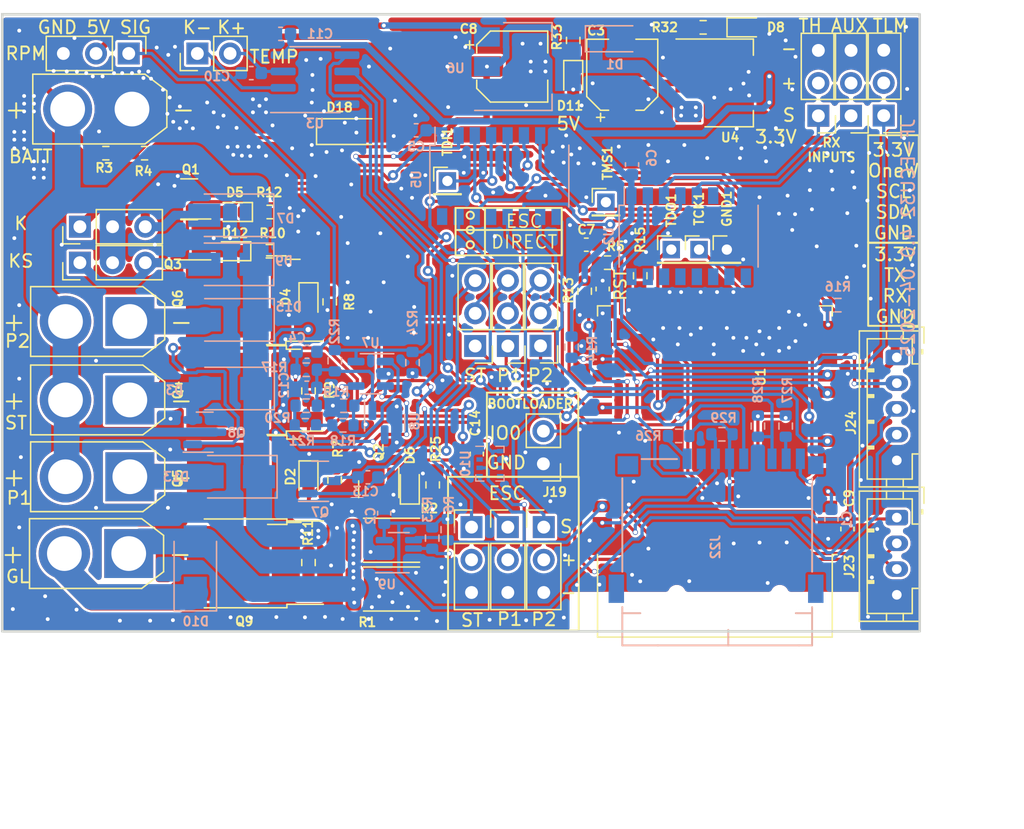
<source format=kicad_pcb>
(kicad_pcb (version 20221018) (generator pcbnew)
  (layers (0 "F.Cu" signal) (31 "B.Cu" signal) (34 "B.Paste" user) (35 "F.Paste" user) (36 "B.SilkS" user "B.Silkscreen") (37 "F.SilkS" user "F.Silkscreen") (38 "B.Mask" user) (39 "F.Mask" user) (44 "Edge.Cuts" user))
  (net 0 "")
  (net 1 "+5V")
  (net 2 "TCK")
  (net 3 "Net-(U7--)")
  (net 4 "Net-(J10-Pin_2)")
  (net 5 "Net-(J10-Pin_1)")
  (net 14 "Net-(D3-A)")
  (net 15 "PPM_PWM_PUMP2_3.3")
  (net 16 "PPM_PWM_PUMP1_3.3")
  (net 17 "PWM_KERO_3.3")
  (net 18 "PWM_KEROSTART_3.3")
  (net 19 "PWM_GLOW_3.3")
  (net 20 "PPM_STARTER_3.3")
  (net 21 "PPM_GAZ_5V")
  (net 22 "AUX_5V")
  (net 23 "VDC")
  (net 24 "Net-(D7-A)")
  (net 25 "PWM_GLOW")
  (net 26 "PWM_KEROSTART")
  (net 27 "PWM_KERO")
  (net 28 "PPM_PWM_PUMP1")
  (net 29 "PPM_PWM_PUMP2")
  (net 30 "Net-(D9-A)")
  (net 31 "Net-(D10-K)")
  (net 32 "Net-(D10-A)")
  (net 33 "Net-(D13-A)")
  (net 34 "+BATT")
  (net 35 "Net-(D15-A)")
  (net 37 "ST_MOSFET")
  (net 38 "ST_OUTPUT")
  (net 39 "VBAT_ADC")
  (net 40 "ESP_SCL")
  (net 41 "PPM_GAZ")
  (net 42 "AUX")
  (net 44 "CLK")
  (net 45 "MISO")
  (net 46 "Net-(J22-DAT2)")
  (net 47 "RPM")
  (net 48 "TX2")
  (net 50 "P1_OUTPUT")
  (net 52 "PPM_PWM_STARTER")
  (net 53 "P2_OUTPUT")
  (net 55 "Net-(R18-Pad2)")
  (net 56 "ESP_SDA")
  (net 57 "SD_CS")
  (net 58 "Net-(U1-IO2)")
  (net 59 "MOSI")
  (net 60 "3.3V")
  (net 61 "Net-(U7-+)")
  (net 62 "Net-(J22-DAT1)")
  (net 66 "+2V5")
  (net 69 "RPM-2")
  (net 72 "P1_MOSFET")
  (net 73 "P2_MOSFET")
  (net 74 "BR_MOSFET")
  (net 75 "TX")
  (net 76 "RX")
  (net 77 "IO0")
  (net 78 "GND")
  (net 79 "OneWire")
  (net 80 "Net-(Q2-D)")
  (net 81 "Net-(D2-K)")
  (net 82 "Net-(D4-K)")
  (net 83 "Net-(D6-K)")
  (net 84 "Net-(D8-K)")
  (net 85 "Net-(D11-K)")
  (net 86 "Net-(D5-K)")
  (net 87 "Net-(D12-K)")
  (net 88 "SD_DET")
  (net 89 "CS_MAX31855")
  (net 92 "Net-(U1-EN)")
  (net 93 "TDO")
  (footprint "LED_SMD:LED_0603_1608Metric" (layer "F.Cu") (at 44.45 186.69 90)
    (fp_text reference "D6")
    (fp_text value "LED")
  )
  (footprint "Connector_PinHeader_2.00mm:PinHeader_1x01_P2.00mm_Vertical" (layer "F.Cu") (at 47.371 163.068)
    (fp_text reference "TDI1")
    (fp_text value "Conn_01x01_Male")
  )
  (footprint "Package_TO_SOT_SMD:TO-252-2" (layer "F.Cu") (at 32.429 186.31 180)
    (fp_text reference "Q5")
    (fp_text value "LR8726")
  )
  (footprint "Package_TO_SOT_SMD:TO-252-2" (layer "F.Cu") (at 32.35 172.338 180)
    (fp_text reference "Q6")
    (fp_text value "LR8726")
  )
  (footprint "Resistor_SMD:R_0603_1608Metric" (layer "F.Cu") (at 23.838 160.909)
    (fp_text reference "R4")
    (fp_text value "2.7K")
  )
  (footprint "Capacitor_SMD:C_0603_1608Metric" (layer "F.Cu") (at 58.166 168.021 180)
    (fp_text reference "C7")
    (fp_text value "1µF")
  )
  (footprint "Connector_PinHeader_2.54mm:PinHeader_1x03_P2.54mm_Vertical" (layer "F.Cu") (at 54.61 175.88 180)
    (fp_text reference "J16" hide)
    (fp_text value "PPM/PWM")
  )
  (footprint "Resistor_SMD:R_0603_1608Metric" (layer "F.Cu") (at 46.228 186.69 90)
    (fp_text reference "R25")
    (fp_text value "10K")
  )
  (footprint "Resistor_SMD:R_0603_1608Metric" (layer "F.Cu") (at 20.828 160.909)
    (fp_text reference "R3")
    (fp_text value "10K")
  )
  (footprint "Resistor_SMD:R_0603_1608Metric" (layer "F.Cu") (at 36.576 192.723 90)
    (fp_text reference "R11")
    (fp_text value "10K")
  )
  (footprint "Connector_PinHeader_2.54mm:PinHeader_1x03_P2.54mm_Vertical" (layer "F.Cu") (at 54.86 189.97)
    (fp_text reference "J18" hide)
    (fp_text value "PUMP2")
  )
  (footprint "LED_SMD:LED_0603_1608Metric" (layer "F.Cu") (at 36.576 186.309 -90)
    (fp_text reference "D2")
    (fp_text value "LED")
  )
  (footprint "Connector_PinHeader_2.54mm:PinHeader_1x03_P2.54mm_Vertical" (layer "F.Cu") (at 18.811 166.624 90)
    (fp_text reference "J7" hide)
    (fp_text value "VANNE KERO")
  )
  (footprint "Connector_PinHeader_2.54mm:PinHeader_1x03_P2.54mm_Vertical" (layer "F.Cu") (at 49.2466 189.97)
    (fp_text reference "J4" hide)
    (fp_text value "STARTER")
  )
  (footprint "Connector_PinHeader_2.54mm:PinHeader_1x03_P2.54mm_Vertical" (layer "F.Cu") (at 52.066 189.97)
    (fp_text reference "J15" hide)
    (fp_text value "PUMP1")
  )
  (footprint "Connector_PinHeader_2.54mm:PinHeader_1x02_P2.54mm_Vertical" (layer "F.Cu") (at 27.94 153.162 90)
    (fp_text reference "J10" hide)
    (fp_text value "k")
  )
  (footprint "Resistor_SMD:R_0603_1608Metric" (layer "F.Cu") (at 38.608 186.309 -90)
    (fp_text reference "R7")
    (fp_text value "10K")
  )
  (footprint "Connector_PinHeader_2.54mm:PinHeader_1x02_P2.54mm_Vertical" (layer "F.Cu") (at 54.83 185.05 180)
    (fp_text reference "J19")
    (fp_text value "EN")
  )
  (footprint "Resistor_SMD:R_0603_1608Metric" (layer "F.Cu") (at 33.591 165.481 180)
    (fp_text reference "R12")
    (fp_text value "10K")
  )
  (footprint "Connector_AMASS:AMASS_XT30U-F_1x02_P5.0mm_Vertical" (layer "F.Cu") (at 22.693 180.086 180)
    (fp_text reference "J9" hide)
    (fp_text value "STARTER")
  )
  (footprint "Connector_PinHeader_2.00mm:PinHeader_1x01_P2.00mm_Vertical" (layer "F.Cu") (at 69.088 168.402)
    (fp_text reference "GND1")
    (fp_text value "Conn_01x01_Male")
  )
  (footprint "Package_TO_SOT_SMD:TO-252-2" (layer "F.Cu") (at 32.385 179.325 180)
    (fp_text reference "Q4")
    (fp_text value "LR8726")
  )
  (footprint "Resistor_SMD:R_2512_6332Metric" (layer "F.Cu") (at 43.03 190.99)
    (fp_text reference "R2")
    (fp_text value "R020")
  )
  (footprint "Resistor_SMD:R_0603_1608Metric" (layer "F.Cu") (at 62.357 170.434 90)
    (fp_text reference "R15")
    (fp_text value "10K")
  )
  (footprint "LED_SMD:LED_0603_1608Metric" (layer "F.Cu") (at 30.734 165.481 180)
    (fp_text reference "D5")
    (fp_text value "LED")
  )
  (footprint "Connector_PinHeader_2.54mm:PinHeader_1x03_P2.54mm_Vertical" (layer "F.Cu") (at 18.811 169.418 90)
    (fp_text reference "J6" hide)
    (fp_text value "VANNE KEROSTART")
  )
  (footprint "Diode_SMD:D_MiniMELF" (layer "F.Cu") (at 39.751 159.2326)
    (fp_text reference "D18")
    (fp_text value "BZV55C3V3")
  )
  (footprint "Connector_PinHeader_2.00mm:PinHeader_1x01_P2.00mm_Vertical" (layer "F.Cu") (at 59.69 164.719)
    (fp_text reference "TMS1")
    (fp_text value "Conn_01x01_Male")
  )
  (footprint "Connector_PinHeader_2.00mm:PinHeader_1x01_P2.00mm_Vertical" (layer "F.Cu") (at 66.929 168.402)
    (fp_text reference "TCK1")
    (fp_text value "Conn_01x01_Male")
  )
  (footprint "Connector_PinHeader_2.54mm:PinHeader_1x03_P2.54mm_Vertical" (layer "F.Cu") (at 49.53 175.895 180)
    (fp_text reference "J3" hide)
    (fp_text value "PPM/PWM")
  )
  (footprint "Package_TO_SOT_SMD:SOT-23" (layer "F.Cu") (at 42.037 187.0225 -90)
    (fp_text reference "Q2")
    (fp_text value "A49T")
  )
  (footprint "Connector_AMASS:AMASS_XT30U-M_1x02_P5.0mm_Vertical" (layer "F.Cu") (at 22.86 157.48 180)
    (fp_text reference "J8" hide)
    (fp_text value "BATTERY 2S/3S")
  )
  (footprint "Resistor_SMD:R_0603_1608Metric" (layer "F.Cu") (at 33.528 168.529)
    (fp_text reference "R10")
    (fp_text value "10K")
  )
  (footprint "Resistor_SMD:R_2512_6332Metric" (layer "F.Cu") (at 43.03 194.78)
    (fp_text reference "R1")
    (fp_text value "R020")
  )
  (footprint "RF_Module:ESP32-WROOM-32" (layer "F.Cu") (at 68.16 182.655 180)
    (fp_text reference "U1")
    (fp_text value "ESP32-WROOM-32D")
  )
  (footprint "Package_TO_SOT_SMD:SOT-23" (layer "F.Cu") (at 27.305 164.465 180)
    (fp_text reference "Q1")
    (fp_text value "A49T")
  )
  (footprint "Package_TO_SOT_SMD:SOT-223-3_TabPin2" (layer "F.Cu") (at 69.24 155.448)
    (fp_text reference "U4")
    (fp_text value "AMS1117-3.3")
  )
  (footprint "Connector_PinHeader_2.54mm:PinHeader_1x03_P2.54mm_Vertical" (layer "F.Cu") (at 76.2 158.003 180)
    (fp_text reference "J1" hide)
    (fp_text value "GAZ")
  )
  (footprint "Connector_AMASS:AMASS_XT30U-F_1x02_P5.0mm_Vertical" (layer "F.Cu") (at 22.693 173.99 180)
    (fp_text reference "J17" hide)
    (fp_text value "PUMP2")
  )
  (footprint "Resistor_SMD:R_0603_1608Metric" (layer "F.Cu") (at 38.227 172.466 -90)
    (fp_text reference "R8")
    (fp_text value "10K")
  )
  (footprint "Connector_JST:JST_PH_B5B-PH-K_1x05_P2.00mm_Vertical" (layer "F.Cu") (at 82.296 176.784 -90)
    (fp_text reference "J24")
    (fp_text value "Conn_01x05")
  )
  (footprint "Connector_AMASS:AMASS_XT30U-F_1x02_P5.0mm_Vertical" (layer "F.Cu") (at 22.606 192.024 180)
    (fp_text reference "J5" hide)
    (fp_text value "GLOW")
  )
  (footprint "Connector_PinHeader_2.54mm:PinHeader_1x03_P2.54mm_Vertical" (layer "F.Cu") (at 81.28 157.988 180)
    (fp_text reference "J12" hide)
    (fp_text value "S.PORT")
  )
  (footprint "LED_SMD:LED_0603_1608Metric" (layer "F.Cu") (at 57.15 155.194 -90)
    (fp_text reference "D11")
    (fp_text value "LED")
  )
  (footprint "Connector_PinHeader_2.54mm:PinHeader_1x03_P2.54mm_Vertical" (layer "F.Cu") (at 52.07 175.895 180)
    (fp_text reference "J13" hide)
    (fp_text value "PPM/PWM")
  )
  (footprint "Capacitor_SMD:CP_Elec_5x3" (layer "F.Cu") (at 52.41 154.178)
    (fp_text reference "C8")
    (fp_text value "22µF")
  )
  (footprint "Resistor_SMD:R_0603_1608Metric" (layer "F.Cu") (at 58.039 171.64 -90)
    (fp_text reference "R13")
    (fp_text value "10K")
  )
  (footprint "Resistor_SMD:R_0603_1608Metric" (layer "F.Cu") (at 36.576 179.387 90)
    (fp_text reference "R9")
    (fp_text value "10K")
  )
  (footprint "Resistor_SMD:R_0603_1608Metric" (layer "F.Cu") (at 59.817 169.418)
    (fp_text reference "R5")
    (fp_text value "10K")
  )
  (footprint "Resistor_SMD:R_0603_1608Metric" (layer "F.Cu") (at 67.247 151.13 180)
    (fp_text reference "R32")
    (fp_text value "10K")
  )
  (footprint "Connector_PinHeader_2.54mm:PinHeader_1x03_P2.54mm_Vertical" (layer "F.Cu") (at 78.74 158.003 180)
    (fp_text reference "J2" hide)
    (fp_text value "AUX")
  )
  (footprint "Resistor_SMD:R_0603_1608Metric" (layer "F.Cu") (at 57.15 152.146 90)
    (fp_text reference "R33")
    (fp_text value "10K")
  )
  (footprint "Connector_PinHeader_2.54mm:PinHeader_1x03_P2.54mm_Vertical" (layer "F.Cu") (at 22.606 153.162 -90)
    (fp_text reference "J11" hide)
    (fp_text value "RPM")
  )
  (footprint "Capacitor_SMD:CP_Elec_5x3" (layer "F.Cu") (at 60.96 154.813 90)
    (fp_text reference "C3")
    (fp_text value "22µF")
  )
  (footprint "LED_SMD:LED_0603_1608Metric" (layer "F.Cu") (at 36.576 172.466 -90)
    (fp_text reference "D4")
    (fp_text value "LED")
  )
  (footprint "Capacitor_SMD:C_0603_1608Metric" (layer "F.Cu") (at 78.46 190.115 -90)
    (fp_text reference "C9")
    (fp_text value "0.1µF")
  )
  (footprint "Package_TO_SOT_SMD:TO-252-2" (layer "F.Cu") (at 31.589 192.787 180)
    (fp_text reference "Q9")
    (fp_text value "FDD6685")
  )
  (footprint "Capacitor_SMD:C_0603_1608Metric" (layer "F.Cu") (at 49.657 184.29 -90)
    (fp_text reference "C14")
    (fp_text value "0.1µF")
  )
  (footprint "Connector_PinHeader_2.00mm:PinHeader_1x01_P2.00mm_Vertical" (layer "F.Cu") (at 64.77 168.402)
    (fp_text reference "TDO1")
    (fp_text value "Conn_01x01_Male")
  )
  (footprint "Package_TO_SOT_SMD:SOT-23" (layer "F.Cu") (at 27.305 167.64 180)
    (fp_text reference "Q3")
    (fp_text value "A49T")
  )
  (footprint "LED_SMD:LED_0603_1608Metric" (layer "F.Cu") (at 30.607 168.529 180)
    (fp_text reference "D12")
    (fp_text value "LED")
  )
  (footprint "Capacitor_SMD:C_0603_1608Metric" (layer "F.Cu") (at 59.436 171.463 90)
    (fp_text reference "RST1" hide)
    (fp_text value "BOOT")
  )
  (footprint "LED_SMD:LED_0603_1608Metric" (layer "F.Cu") (at 70.5865 151.13)
    (fp_text reference "D8")
    (fp_text value "LED")
  )
  (footprint "Connector_AMASS:AMASS_XT30U-F_1x02_P5.0mm_Vertical" (layer "F.Cu") (at 22.693 186.055 180)
    (fp_text reference "J14" hide)
    (fp_text value "PUMP1")
  )
  (footprint "Connector_JST:JST_PH_B4B-PH-K_1x04_P2.00mm_Vertical" (layer "F.Cu") (at 82.296 189.23 -90)
    (fp_text reference "J23")
    (fp_text value "Conn_01x04")
  )
  (footprint "Resistor_SMD:R_0603_1608Metric" (layer "B.Cu") (at 46.19 190.825 90)
    (fp_text reference "R23")
    (fp_text value "1K")
  )
  (footprint "Diode_SMD:D_SMA" (layer "B.Cu") (at 30.48 169.545 180)
    (fp_text reference "D9")
    (fp_text value "D_Schottky SS14")
  )
  (footprint "Diode_SMD:D_SMF" (layer "B.Cu") (at 60.378 152.019)
    (fp_text reference "D1")
    (fp_text value "SMF5V0A")
  )
  (footprint "Package_TO_SOT_SMD:SOT-23-5" (layer "B.Cu") (at 41.4075 178.054 180)
    (fp_text reference "U7")
    (fp_text value "OPA340NA")
  )
  (footprint "Resistor_SMD:R_0603_1608Metric" (layer "B.Cu") (at 68.707 182.753)
    (fp_text reference "R29")
    (fp_text value "10K")
  )
  (footprint "Package_TO_SOT_SMD:SOT-23" (layer "B.Cu") (at 42.495 181.8515 -90)
    (fp_text reference "U8")
    (fp_text value "LM4040DBZ-2.5")
  )
  (footprint "Package_SO:SOIC-8_3.9x4.9mm_P1.27mm" (layer "B.Cu") (at 37.084 155.194)
    (fp_text reference "U3")
    (fp_text value "MAX31855KASA")
  )
  (footprint "Capacitor_SMD:C_0603_1608Metric" (layer "B.Cu") (at 42.46 188.885 90)
    (fp_text reference "C2")
    (fp_text value "0.1µF")
  )
  (footprint "Resistor_SMD:R_0603_1608Metric" (layer "B.Cu") (at 65.342 182.88)
    (fp_text reference "R26")
    (fp_text value "10K")
  )
  (footprint "Diode_SMD:D_SMA" (layer "B.Cu") (at 27.78 193.08 90)
    (fp_text reference "D10")
    (fp_text value "D_Schottky SS34")
  )
  (footprint "Capacitor_SMD:C_0603_1608Metric" (layer "B.Cu") (at 44.945 159.131 180)
    (fp_text reference "C5")
    (fp_text value "0.1µF")
  )
  (footprint "Resistor_SMD:R_0603_1608Metric" (layer "B.Cu") (at 77.724 172.72 180)
    (fp_text reference "R16")
    (fp_text value "10K")
  )
  (footprint "Package_TO_SOT_SMD:SOT-23" (layer "B.Cu") (at 37.4825 186.41)
    (fp_text reference "Q7")
    (fp_text value "A49T")
  )
  (footprint "Capacitor_SMD:C_0603_1608Metric" (layer "B.Cu") (at 61.722 161.798 90)
    (fp_text reference "C6")
    (fp_text value "0.1µF")
  )
  (footprint "Capacitor_SMD:C_0603_1608Metric" (layer "B.Cu") (at 32.131 154.686 180)
    (fp_text reference "C10")
    (fp_text value "0.1µF")
  )
  (footprint "Capacitor_SMD:C_0603_1608Metric" (layer "B.Cu") (at 36.46 176.342 180)
    (fp_text reference "C4")
    (fp_text value "0.1µF")
  )
  (footprint "Resistor_SMD:R_0603_1608Metric" (layer "B.Cu") (at 36.397 177.739 180)
    (fp_text reference "R17")
    (fp_text value "20K")
  )
  (footprint "Diode_SMD:D_SMA" (layer "B.Cu") (at 30.512 173.863 180)
    (fp_text reference "D15")
    (fp_text value "D_Schottky SS34")
  )
  (footprint "Resistor_SMD:R_0603_1608Metric" (layer "B.Cu") (at 38.619 177.04 -90)
    (fp_text reference "R22")
    (fp_text value "500")
  )
  (footprint "Resistor_SMD:R_0603_1608Metric" (layer "B.Cu") (at 36.397 180.533 180)
    (fp_text reference "R20")
    (fp_text value "20K")
  )
  (footprint "Resistor_SMD:R_0603_1608Metric" (layer "B.Cu") (at 44.66 177.185 -90)
    (fp_text reference "R24")
    (fp_text value "100K")
  )
  (footprint "Diode_SMD:D_SMA" (layer "B.Cu") (at 30.734 186.055 180)
    (fp_text reference "D13")
    (fp_text value "D_Schottky SS34")
  )
  (footprint "Resistor_SMD:R_0603_1608Metric" (layer "B.Cu") (at 47.4 190.165 90)
    (fp_text reference "R6")
    (fp_text value "1K")
  )
  (footprint "Resistor_SMD:R_0603_1608Metric" (layer "B.Cu") (at 57.023 175.9834 90)
    (fp_text reference "R14")
    (fp_text value "10K")
  )
  (footprint "Package_SO:SOP-16_4.4x10.4mm_P1.27mm" (layer "B.Cu") (at 66.1162 167.3606 -90)
    (fp_text reference "U2")
    (fp_text value "4050")
  )
  (footprint "Diode_SMD:D_SMA" (layer "B.Cu") (at 30.48 165.735 180)
    (fp_text reference "D7")
    (fp_text value "D_Schottky SS14")
  )
  (footprint "Package_SO:SOP-16_4.4x10.4mm_P1.27mm" (layer "B.Cu") (at 51.4096 162.687 -90)
    (fp_text reference "U5")
    (fp_text value "4050")
  )
  (footprint "Capacitor_SMD:C_0603_1608Metric" (layer "B.Cu") (at 77.216 189.357 -90)
    (fp_text reference "C1")
    (fp_text value "1µF")
  )
  (footprint "Connector_Card:J_SD_Card-micro_socket_A" (layer "B.Cu") (at 69.214032 191.679855)
    (fp_text reference "J22")
    (fp_text value "Micro_SD_Card_Det1" hide)
  )
  (footprint "Resistor_SMD:R_0603_1608Metric" (layer "B.Cu") (at 36.333 182.057)
    (fp_text reference "R21")
    (fp_text value "20K")
  )
  (footprint "Resistor_SMD:R_0603_1608Metric" (layer "B.Cu") (at 73.66 182.118 90)
    (fp_text reference "R27")
    (fp_text value "10K")
  )
  (footprint "Resistor_SMD:R_0603_1608Metric" (layer "B.Cu") (at 39.254 182.057 180)
    (fp_text reference "R18")
    (fp_text value "20K")
  )
  (footprint "Capacitor_SMD:C_0603_1608Metric" (layer "B.Cu") (at 36.447 179.136 180)
    (fp_text reference "C12")
    (fp_text value "0.1µF")
  )
  (footprint "Package_TO_SOT_SMD:SOT-223-3_TabPin2" (layer "B.Cu") (at 53.594 154.178)
    (fp_text reference "U6")
    (fp_text value "AMS1117-5.0")
  )
  (footprint "Capacitor_SMD:C_0603_1608Metric" (layer "B.Cu") (at 34.404 151.638 180)
    (fp_text reference "C11")
    (fp_text value "0.1µF")
  )
  (footprint "Resistor_SMD:R_0603_1608Metric" (layer "B.Cu") (at 39.317 180.533)
    (fp_text reference "R19")
    (fp_text value "20K")
  )
  (footprint "Package_LGA:Bosch_LGA-8_2x2.5mm_P0.65mm_ClockwisePinNumbering" (layer "B.Cu") (at 50.673 185.039 -90)
    (fp_text reference "U10")
    (fp_text value "BMP280")
  )
  (footprint "Diode_SMD:D_SMA" (layer "B.Cu") (at 30.52 179.197 180)
    (fp_text reference "D3")
    (fp_text value "D_Schottky SS34")
  )
  (footprint "Package_TO_SOT_SMD:SOT-23-8" (layer "B.Cu") (at 43.5975 191.955)
    (fp_text reference "U9")
    (fp_text value "INA219AxDCN")
  )
  (footprint "Package_TO_SOT_SMD:SOT-23" (layer "B.Cu") (at 28.5125 182.59)
    (fp_text reference "Q8")
    (fp_text value "A49T")
  )
  (footprint "Capacitor_SMD:C_0603_1608Metric" (layer "B.Cu") (at 41.195 186.1)
    (fp_text reference "C13")
    (fp_text value "1µF")
  )
  (footprint "Resistor_SMD:R_0603_1608Metric" (layer "B.Cu") (at 71.501 182.118 90)
    (fp_text reference "R28")
    (fp_text value "10K")
  )
  (gr_line (start 48.006 166.878) (end 56.261 166.878) (stroke (width 0.15)) (layer "F.SilkS"))
  (gr_circle (center 49.149 168.021) (end 49.276 168.275) (stroke (width 0.15)) (fill none) (layer "F.SilkS"))
  (gr_rect (start 50.442 179.52) (end 57.54 186.06) (stroke (width 0.15)) (fill none) (layer "F.SilkS"))
  (gr_rect (start 80.07 159.512) (end 84.007 167.872) (stroke (width 0.15)) (fill none) (layer "F.SilkS"))
  (gr_circle (center 49.149 165.735) (end 49.276 165.989) (stroke (width 0.15)) (fill none) (layer "F.SilkS"))
  (gr_rect (start 47.42 186.062) (end 57.58 198) (stroke (width 0.15)) (fill none) (layer "F.SilkS"))
  (gr_line (start 50.292 165.227) (end 50.292 168.783) (stroke (width 0.15)) (layer "F.SilkS"))
  (gr_circle (center 49.149 166.878) (end 49.276 167.132) (stroke (width 0.15)) (fill none) (layer "F.SilkS"))
  (gr_rect (start 48.006 165.1635) (end 56.261 168.8465) (stroke (width 0.15)) (fill none) (layer "F.SilkS"))
  (gr_rect (start 80.07 167.872) (end 84.007 174.327) (stroke (width 0.15)) (fill none) (layer "F.SilkS"))
  (gr_rect (start 12.78 150.114) (end 84.074 198.07) (stroke (width 0.2)) (fill none) (layer "Edge.Cuts"))
  (gr_text "JF-ECU32 4.0 04-2025" (at 83.185 167.513 90) (layer "B.SilkS") (effects (font (size 1 1)) (justify mirror)))
  (gr_text "+" (at 56.81 192.48) (layer "F.SilkS") (effects (font (size 1 1))))
  (gr_text "IO0" (at 51.88 182.66) (layer "F.SilkS") (effects (font (size 1 1))))
  (gr_text "RX\nINPUTS" (at 77.216 160.655) (layer "F.SilkS") (effects (font (size 0.7 0.7))))
  (gr_text "-" (at 73.914 152.908 180) (layer "F.SilkS") (effects (font (size 1 1))))
  (gr_text "K+" (at 30.607 151.13) (layer "F.SilkS") (effects (font (size 1 1))))
  (gr_text "RPM" (at 14.605 153.162) (layer "F.SilkS") (effects (font (size 1 1))))
  (gr_text "BATT" (at 14.986 161.163) (layer "F.SilkS") (effects (font (size 1 1))))
  (gr_text "ST" (at 13.843 181.864) (layer "F.SilkS") (effects (font (size 1 1))))
  (gr_text "S" (at 73.914 157.861 180) (layer "F.SilkS") (effects (font (size 1 1))))
  (gr_text "ST" (at 49.28 197.2) (layer "F.SilkS") (effects (font (size 1 1))))
  (gr_text "3.3V" (at 72.898 159.639) (layer "F.SilkS") (effects (font (size 1 1))))
  (gr_text "GND 5V SIG" (at 19.939 151.13) (layer "F.SilkS") (effects (font (size 1 1))))
  (gr_text "TH" (at 75.565 151.003) (layer "F.SilkS") (effects (font (size 1 1))))
  (gr_text "P2" (at 13.97 175.514) (layer "F.SilkS") (effects (font (size 1 1))))
  (gr_text "K" (at 14.224 166.37) (layer "F.SilkS") (effects (font (size 1 1))))
  (gr_text "KS" (at 14.224 169.291) (layer "F.SilkS") (effects (font (size 1 1))))
  (gr_text "P1" (at 52.197 178.181) (layer "F.SilkS") (effects (font (size 1 1))))
  (gr_text "ESC" (at 52 187.34) (layer "F.SilkS") (effects (font (size 1 1))))
  (gr_text "3.3V\nTX\nRX\nGND" (at 82.169 171.196) (layer "F.SilkS") (effects (font (size 1 1))))
  (gr_text "P2" (at 54.61 178.181) (layer "F.SilkS") (effects (font (size 1 1))))
  (gr_text "P2" (at 54.87 197.14) (layer "F.SilkS") (effects (font (size 1 1))))
  (gr_text "TEMP" (at 33.909 153.416) (layer "F.SilkS") (effects (font (size 1 1))))
  (gr_text "S" (at 56.61 189.93) (layer "F.SilkS") (effects (font (size 1 1))))
  (gr_text "TLM" (at 81.788 151.003) (layer "F.SilkS") (effects (font (size 1 1))))
  (gr_text "+" (at 73.914 155.575 180) (layer "F.SilkS") (effects (font (size 1 1))))
  (gr_text "ST" (at 49.53 178.181) (layer "F.SilkS") (effects (font (size 1 1))))
  (gr_text "P1" (at 14.097 187.706) (layer "F.SilkS") (effects (font (size 1 1))))
  (gr_text "BOOTLOADER" (at 53.8 180.39) (layer "F.SilkS") (effects (font (size 0.7 0.7))))
  (gr_text "-" (at 56.78 195.03) (layer "F.SilkS") (effects (font (size 1 1))))
  (gr_text "5V" (at 56.769 158.623) (layer "F.SilkS") (effects (font (size 1 1))))
  (gr_text "3.3V\nOneW\nSCL\nSDA\nGND" (at 82.042 163.882) (layer "F.SilkS") (effects (font (size 1 1))))
  (gr_text "GL" (at 13.97 193.802) (layer "F.SilkS") (effects (font (size 1 1))))
  (gr_text "P1" (at 52.21 197.12) (layer "F.SilkS") (effects (font (size 1 1))))
  (gr_text "K-" (at 27.94 151.13) (layer "F.SilkS") (effects (font (size 1 1))))
  (gr_text "GND" (at 51.95 184.96) (layer "F.SilkS") (effects (font (size 1 1))))
  (gr_text "RST" (at 61.341 172.466 90) (layer "F.SilkS") (effects (font (size 0.9 0.9) (thickness 0.15) bold) (justify left bottom)))
  (gr_text "ESC\nDIRECT" (at 53.34 167.005) (layer "F.SilkS") (effects (font (size 1 1) (thickness 0.125))))
  (gr_text "AUX" (at 78.613 151.003) (layer "F.SilkS") (effects (font (size 1 1))))
  (segment (start 48.402 153.812) (end 47.498 152.908) (width 0.5) (layer "F.Cu") (net 1))
  (segment (start 48.133 158.369) (end 46.99 159.512) (width 0.5) (layer "F.Cu") (net 1))
  (segment (start 43.18 161.163) (end 40.259 161.163) (width 0.25) (layer "F.Cu") (net 1))
  (segment (start 50.419 154.203) (end 50.419 158.369) (width 0.5) (layer "F.Cu") (net 1))
  (segment (start 21.3662 151.8618) (end 20.066 153.162) (width 0.5) (layer "F.Cu") (net 1))
  (segment (start 43.6578 151.8618) (end 21.3662 151.8618) (width 0.5) (layer "F.Cu") (net 1))
  (segment (start 44.704 152.908) (end 43.6578 151.8618) (width 0.5) (layer "F.Cu") (net 1))
  (segment (start 48.809 153.812) (end 48.402 153.812) (width 0.5) (layer "F.Cu") (net 1))
  (segment (start 50.444 154.178) (end 50.419 154.203) (width 0.5) (layer "F.Cu") (net 1))
  (segment (start 50.419 158.369) (end 48.133 158.369) (width 0.5) (layer "F.Cu") (net 1))
  (segment (start 47.498 152.908) (end 44.704 152.908) (width 0.5) (layer "F.Cu") (net 1))
  (via (at 65.532 157.988) (size 0.4) (drill 0.3) (layers "F.Cu" "B.Cu") (net 1))
  (via (at 46.99 159.512) (size 0.4) (drill 0.3) (layers "F.Cu" "B.Cu") (net 1))
  (via (at 40.259 161.163) (size 0.4) (drill 0.3) (layers "F.Cu" "B.Cu") (net 1))
  (via (at 50.444 154.178) (size 0.4) (drill 0.3) (layers "F.Cu" "B.Cu") (net 1))
  (via (at 65.566997 157.353) (size 0.4) (drill 0.3) (layers "F.Cu" "B.Cu") (net 1))
  (via (at 57.15 155.956) (size 0.4) (drill 0.3) (layers "F.Cu" "B.Cu") (net 1))
  (via (at 43.18 161.163) (size 0.4) (drill 0.3) (layers "F.Cu" "B.Cu") (net 1))
  (via (at 66.675 157.988) (size 0.4) (drill 0.3) (layers "F.Cu" "B.Cu") (net 1))
  (via (at 66.675 157.353) (size 0.4) (drill 0.3) (layers "F.Cu" "B.Cu") (net 1))
  (segment (start 40.27 177.104) (end 40.27 176.331) (width 0.25) (layer "B.Cu") (net 1))
  (segment (start 45.466 169.428696) (end 45.134751 169.759945) (width 0.25) (layer "B.Cu") (net 1))
  (segment (start 40.386 176.215) (end 38.619 176.215) (width 0.25) (layer "B.Cu") (net 1))
  (segment (start 66.675 157.988) (end 66.167 157.988) (width 1) (layer "B.Cu") (net 1))
  (segment (start 44.66 176.36) (end 44.515 176.215) (width 0.25) (layer "B.Cu") (net 1))
  (segment (start 45.134751 169.759945) (end 45.134751 170.360555) (width 0.25) (layer "B.Cu") (net 1))
  (segment (start 51.943 152.766) (end 51.943 153.416) (width 0.5) (layer "B.Cu") (net 1))
  (segment (start 62.484 154.178) (end 58.674 154.178) (width 1) (layer "B.Cu") (net 1))
  (segment (start 46.0005 170.837395) (end 46.0005 175.7415) (width 0.25) (layer "B.Cu") (net 1))
  (segment (start 55.372 151.13) (end 52.197 151.13) (width 0.5) (layer "B.Cu") (net 1))
  (segment (start 40.259 161.163) (end 40.9391 161.843101) (width 0.25) (layer "B.Cu") (net 1))
  (segment (start 45.72 159.131) (end 46.5536 159.131) (width 0.5) (layer "B.Cu") (net 1))
  (segment (start 55.738 151.496) (end 55.372 151.13) (width 0.5) (layer "B.Cu") (net 1))
  (segment (start 65.566997 157.353) (end 65.566997 157.260997) (width 1) (layer "B.Cu") (net 1))
  (segment (start 66.167 157.988) (end 65.532 157.988) (width 1) (layer "B.Cu") (net 1))
  (segment (start 56.744 154.178) (end 58.674 154.178) (width 1) (layer "B.Cu") (net 1))
  (segment (start 51.943 152.684239) (end 51.943 152.766) (width 0.5) (layer "B.Cu") (net 1))
  (segment (start 45.72 159.131) (end 43.688 161.163) (width 0.25) (layer "B.Cu") (net 1))
  (segment (start 45.559446 170.78525) (end 45.948355 170.78525) (width 0.25) (layer "B.Cu") (net 1))
  (segment (start 51.928 152.669239) (end 51.943 152.684239) (width 0.5) (layer "B.Cu") (net 1))
  (segment (start 45.466 168.702396) (end 45.466 169.428696) (width 0.25) (layer "B.Cu") (net 1))
  (segment (start 65.566997 157.260997) (end 62.484 154.178) (width 1) (layer "B.Cu") (net 1))
  (segment (start 66.167 157.353) (end 66.675 157.353) (width 1) (layer "B.Cu") (net 1))
  (segment (start 58.928 152.019) (end 58.928 153.924) (width 1) (layer "B.Cu") (net 1))
  (segment (start 44.515 176.215) (end 40.386 176.215) (width 0.25) (layer "B.Cu") (net 1))
  (segment (start 40.9391 164.175496) (end 45.466 168.702396) (width 0.25) (layer "B.Cu") (net 1))
  (segment (start 40.9391 161.843101) (end 40.9391 164.175496) (width 0.25) (layer "B.Cu") (net 1))
  (segment (start 46.5536 159.131) (end 46.9596 159.537) (width 0.5) (layer "B.Cu") (net 1))
  (segment (start 55.738 153.172) (end 55.738 151.496) (width 0.5) (layer "B.Cu") (net 1))
  (segment (start 51.928 151.399) (end 51.928 152.669239) (width 0.5) (layer "B.Cu") (net 1))
  (segment (start 65.532 157.988) (end 65.532 157.226) (width 1) (layer "B.Cu") (net 1))
  (segment (start 56.744 154.178) (end 55.738 153.172) (width 0.5) (layer "B.Cu") (net 1))
  (segment (start 45.382 176.36) (end 44.66 176.36) (width 0.25) (layer "B.Cu") (net 1))
  (segment (start 58.928 153.924) (end 58.674 154.178) (width 1) (layer "B.Cu") (net 1))
  (segment (start 51.943 153.416) (end 51.435 153.924) (width 0.5) (layer "B.Cu") (net 1))
  (segment (start 52.197 151.13) (end 51.928 151.399) (width 0.5) (layer "B.Cu") (net 1))
  (segment (start 66.675 157.353) (end 66.675 157.988) (width 1) (layer "B.Cu") (net 1))
  (segment (start 65.566997 157.353) (end 66.167 157.353) (width 1) (layer "B.Cu") (net 1))
  (segment (start 43.688 161.163) (end 43.18 161.163) (width 0.25) (layer "B.Cu") (net 1))
  (segment (start 45.134751 170.360555) (end 45.559446 170.78525) (width 0.25) (layer "B.Cu") (net 1))
  (segment (start 45.948355 170.78525) (end 46.0005 170.837395) (width 0.25) (layer "B.Cu") (net 1))
  (segment (start 46.0005 175.7415) (end 45.382 176.36) (width 0.25) (layer "B.Cu") (net 1))
  (segment (start 72.39 171.831) (end 70.504537 171.831) (width 0.25) (layer "F.Cu") (net 2))
  (segment (start 70.504537 171.831) (end 67.869537 169.196) (width 0.25) (layer "F.Cu") (net 2))
  (segment (start 67.869537 169.196) (end 67.85 169.196) (width 0.25) (layer "F.Cu") (net 2))
  (segment (start 72.6186 172.0596) (end 72.39 171.831) (width 0.25) (layer "F.Cu") (net 2))
  (segment (start 72.6186 173.0756) (end 72.6186 172.0596) (width 0.25) (layer "F.Cu") (net 2))
  (segment (start 67.85 169.196) (end 66.675 168.021) (width 0.25) (layer "F.Cu") (net 2))
  (segment (start 37.071462 179.49) (end 38.747538 179.49) (width 0.25) (layer "F.Cu") (net 3))
  (segment (start 36.007 179.487) (end 37.068462 179.487) (width 0.25) (layer "F.Cu") (net 3))
  (segment (start 35.572 179.052) (end 36.007 179.487) (width 0.25) (layer "F.Cu") (net 3))
  (segment (start 38.747538 179.49) (end 39.173769 179.063769) (width 0.25) (layer "F.Cu") (net 3))
  (segment (start 37.068462 179.487) (end 37.071462 179.49) (width 0.25) (layer "F.Cu") (net 3))
  (segment (start 35.572 178.258) (end 35.572 179.052) (width 0.25) (layer "F.Cu") (net 3))
  (via (at 35.572 178.258) (size 0.4) (drill 0.3) (layers "F.Cu" "B.Cu") (net 3))
  (via (at 39.173769 179.063769) (size 0.4) (drill 0.3) (layers "F.Cu" "B.Cu") (net 3))
  (segment (start 35.685 176.342) (end 35.685 177.626) (width 0.25) (layer "B.Cu") (net 3))
  (segment (start 39.173769 179.063769) (end 39.233538 179.004) (width 0.25) (layer "B.Cu") (net 3))
  (segment (start 35.685 177.626) (end 35.572 177.739) (width 0.25) (layer "B.Cu") (net 3))
  (segment (start 39.233538 179.004) (end 40.27 179.004) (width 0.25) (layer "B.Cu") (net 3))
  (segment (start 35.572 178.258) (end 35.572 177.739) (width 0.25) (layer "B.Cu") (net 3))
  (segment (start 33.0521 154.559) (end 31.6551 153.162) (width 0.25) (layer "B.Cu") (net 4))
  (segment (start 30.48 153.162) (end 31.6551 153.162) (width 0.25) (layer "B.Cu") (net 4))
  (segment (start 34.609 154.559) (end 33.0521 154.559) (width 0.25) (layer "B.Cu") (net 4))
  (segment (start 28.7479 153.162) (end 31.07445 155.48855) (width 0.25) (layer "B.Cu") (net 5))
  (segment (start 31.356 154.686) (end 31.242 154.686) (width 0.25) (layer "B.Cu") (net 5))
  (segment (start 31.242 154.686) (end 30.861 155.067) (width 0.25) (layer "B.Cu") (net 5))
  (segment (start 30.861 155.067) (end 30.861 155.2751) (width 0.25) (layer "B.Cu") (net 5))
  (segment (start 30.861 155.2751) (end 31.07445 155.48855) (width 0.25) (layer "B.Cu") (net 5))
  (segment (start 27.94 153.162) (end 28.7479 153.162) (width 0.25) (layer "B.Cu") (net 5))
  (segment (start 34.609 155.829) (end 31.4149 155.829) (width 0.25) (layer "B.Cu") (net 5))
  (segment (start 31.4149 155.829) (end 31.07445 155.48855) (width 0.25) (layer "B.Cu") (net 5))
  (segment (start 30.285 179.07) (end 25.8849 179.07) (width 2) (layer "F.Cu") (net 14))
  (segment (start 22.78 179.705) (end 25.8801 179.705) (width 2) (layer "F.Cu") (net 14))
  (segment (start 25.8849 179.07) (end 25.8849 179.7002) (width 2) (layer "F.Cu") (net 14))
  (segment (start 25.8849 179.7002) (end 25.8801 179.705) (width 2) (layer "F.Cu") (net 14))
  (segment (start 27.575 180.142) (end 28.012 179.705) (width 1) (layer "B.Cu") (net 14))
  (segment (start 27.575 181.54) (end 27.575 180.142) (width 1) (layer "B.Cu") (net 14))
  (segment (start 28.52 179.197) (end 28.012 179.705) (width 2) (layer "B.Cu") (net 14))
  (segment (start 26.543 179.705) (end 22.78 179.705) (width 2) (layer "B.Cu") (net 14))
  (segment (start 27.2565 180.4185) (end 26.543 179.705) (width 0.7) (layer "B.Cu") (net 14))
  (segment (start 28.012 179.705) (end 26.543 179.705) (width 2) (layer "B.Cu") (net 14))
  (segment (start 76.91 179.4242) (end 76.9286 179.4056) (width 0.25) (layer "F.Cu") (net 15))
  (segment (start 76.91 179.569173) (end 76.91 179.4242) (width 0.25) (layer "F.Cu") (net 15))
  (via (at 76.91 179.569173) (size 0.8) (drill 0.4) (layers "F.Cu" "B.Cu") (net 15))
  (segment (start 62.786363 178.7481) (end 62.320463 179.214) (width 0.25) (layer "B.Cu") (net 15))
  (segment (start 76.91 179.569173) (end 76.088927 178.7481) (width 0.25) (layer "B.Cu") (net 15))
  (segment (start 55.9152 174.7528) (end 56.2745 174.3935) (width 0.25) (layer "B.Cu") (net 15))
  (segment (start 62.320463 179.214) (end 57.9067 179.214) (width 0.25) (layer "B.Cu") (net 15))
  (segment (start 76.088927 178.7481) (end 62.786363 178.7481) (width 0.25) (layer "B.Cu") (net 15))
  (segment (start 56.2745 174.3935) (end 56.2745 166.2519) (width 0.25) (layer "B.Cu") (net 15))
  (segment (start 56.2745 166.2519) (end 55.8596 165.837) (width 0.25) (layer "B.Cu") (net 15))
  (segment (start 57.9067 179.214) (end 55.9152 177.2225) (width 0.25) (layer "B.Cu") (net 15))
  (segment (start 55.9152 177.2225) (end 55.9152 174.7528) (width 0.25) (layer "B.Cu") (net 15))
  (segment (start 60.2947 166.1699) (end 69.223108 166.1699) (width 0.25) (layer "F.Cu") (net 16))
  (segment (start 75.73 172.676792) (end 75.73 180.6756) (width 0.25) (layer "F.Cu") (net 16))
  (segment (start 60.0196 166.445) (end 60.2947 166.1699) (width 0.25) (layer "F.Cu") (net 16))
  (segment (start 75.73 180.6756) (end 76.9286 180.6756) (width 0.25) (layer "F.Cu") (net 16))
  (segment (start 69.223108 166.1699) (end 75.73 172.676792) (width 0.25) (layer "F.Cu") (net 16))
  (via (at 60.0196 166.445) (size 0.8) (drill 0.4) (layers "F.Cu" "B.Cu") (net 16))
  (segment (start 53.3196 164.8619) (end 56.6579 164.8619) (width 0.25) (layer "B.Cu") (net 16))
  (segment (start 57.968395 166.445) (end 60.0196 166.445) (width 0.25) (layer "B.Cu") (net 16))
  (segment (start 57.1805 165.3845) (end 57.1805 165.657105) (width 0.25) (layer "B.Cu") (net 16))
  (segment (start 56.6579 164.8619) (end 57.1805 165.3845) (width 0.25) (layer "B.Cu") (net 16))
  (segment (start 53.3196 165.837) (end 53.3196 164.8619) (width 0.25) (layer "B.Cu") (net 16))
  (segment (start 57.1805 165.657105) (end 57.968395 166.445) (width 0.25) (layer "B.Cu") (net 16))
  (segment (start 56.6082 165.0849) (end 50.3388 165.0849) (width 0.25) (layer "F.Cu") (net 17))
  (segment (start 57.6053 166.082) (end 56.6082 165.0849) (width 0.25) (layer "F.Cu") (net 17))
  (segment (start 69.409504 165.7199) (end 59.7193 165.7199) (width 0.25) (layer "F.Cu") (net 17))
  (segment (start 76.9286 174.3256) (end 76.9286 173.238996) (width 0.25) (layer "F.Cu") (net 17))
  (segment (start 59.3572 166.082) (end 57.6053 166.082) (width 0.25) (layer "F.Cu") (net 17))
  (segment (start 59.7193 165.7199) (end 59.3572 166.082) (width 0.25) (layer "F.Cu") (net 17))
  (segment (start 76.9286 173.238996) (end 69.409504 165.7199) (width 0.25) (layer "F.Cu") (net 17))
  (segment (start 50.3388 165.0849) (end 49.6191 164.3652) (width 0.25) (layer "F.Cu") (net 17))
  (via (at 49.6191 164.3652) (size 0.8) (drill 0.4) (layers "F.Cu" "B.Cu") (net 17))
  (via (at 76.962 174.244) (size 0.4) (drill 0.3) (layers "F.Cu" "B.Cu") (net 17))
  (segment (start 76.899 172.72) (end 76.899 174.181) (width 0.25) (layer "B.Cu") (net 17))
  (segment (start 76.899 174.181) (end 76.962 174.244) (width 0.25) (layer "B.Cu") (net 17))
  (segment (start 49.4996 159.537) (end 49.4996 162.5904) (width 0.25) (layer "B.Cu") (net 17))
  (segment (start 49.022 163.068) (end 49.4996 162.5904) (width 0.25) (layer "B.Cu") (net 17))
  (segment (start 49.4996 164.2457) (end 49.6191 164.3652) (width 0.25) (layer "B.Cu") (net 17))
  (segment (start 49.4996 162.5904) (end 49.4996 164.2457) (width 0.25) (layer "B.Cu") (net 17))
  (segment (start 47.371 163.068) (end 49.022 163.068) (width 0.25) (layer "B.Cu") (net 17))
  (segment (start 59.69 164.719) (end 59.69 164.846) (width 0.25) (layer "F.Cu") (net 18))
  (segment (start 69.5958 165.2698) (end 59.2662 165.2698) (width 0.25) (layer "F.Cu") (net 18))
  (segment (start 78.232 173.906) (end 69.5958 165.2698) (width 0.25) (layer "F.Cu") (net 18))
  (segment (start 59.2662 165.2698) (end 57.9925 165.2698) (width 0.25) (layer "F.Cu") (net 18))
  (segment (start 57.9925 165.2698) (end 57.9055 165.3568) (width 0.25) (layer "F.Cu") (net 18))
  (segment (start 59.69 164.846) (end 59.2662 165.2698) (width 0.25) (layer "F.Cu") (net 18))
  (segment (start 76.9286 175.5956) (end 78.232 175.5956) (width 0.25) (layer "F.Cu") (net 18))
  (segment (start 78.232 175.5956) (end 78.232 173.906) (width 0.25) (layer "F.Cu") (net 18))
  (via (at 57.9055 165.3568) (size 0.8) (drill 0.4) (layers "F.Cu" "B.Cu") (net 18))
  (segment (start 57.9055 165.3568) (end 54.5796 162.0309) (width 0.25) (layer "B.Cu") (net 18))
  (segment (start 54.5796 162.0309) (end 54.5796 159.537) (width 0.25) (layer "B.Cu") (net 18))
  (segment (start 78.74 173.7553) (end 78.74 176.1293) (width 0.25) (layer "F.Cu") (net 19))
  (segment (start 54.878005 163.329) (end 68.3137 163.329) (width 0.25) (layer "F.Cu") (net 19))
  (segment (start 54.603005 163.604) (end 54.878005 163.329) (width 0.25) (layer "F.Cu") (net 19))
  (segment (start 78.74 176.1293) (end 78.0037 176.8656) (width 0.25) (layer "F.Cu") (net 19))
  (segment (start 52.2667 163.4818) (end 52.3889 163.604) (width 0.25) (layer "F.Cu") (net 19))
  (segment (start 78.0037 176.8656) (end 76.9286 176.8656) (width 0.25) (layer "F.Cu") (net 19))
  (segment (start 68.3137 163.329) (end 78.74 173.7553) (width 0.25) (layer "F.Cu") (net 19))
  (segment (start 52.3889 163.604) (end 54.603005 163.604) (width 0.25) (layer "F.Cu") (net 19))
  (via (at 52.2667 163.4818) (size 0.8) (drill 0.4) (layers "F.Cu" "B.Cu") (net 19))
  (segment (start 52.0496 163.2647) (end 52.0496 159.537) (width 0.25) (layer "B.Cu") (net 19))
  (segment (start 52.2667 163.4818) (end 52.0496 163.2647) (width 0.25) (layer "B.Cu") (net 19))
  (segment (start 76.9286 181.9456) (end 78.0037 181.9456) (width 0.25) (layer "F.Cu") (net 20))
  (segment (start 68.5152 162.879) (end 54.3027 162.879) (width 0.25) (layer "F.Cu") (net 20))
  (segment (start 78.0037 181.9456) (end 79.6575 180.2918) (width 0.25) (layer "F.Cu") (net 20))
  (segment (start 79.6575 180.2918) (end 79.6575 174.0213) (width 0.25) (layer "F.Cu") (net 20))
  (segment (start 79.6575 174.0213) (end 68.5152 162.879) (width 0.25) (layer "F.Cu") (net 20))
  (via (at 54.3027 162.879) (size 0.8) (drill 0.4) (layers "F.Cu" "B.Cu") (net 20))
  (segment (start 52.6492 164.5325) (end 50.4915 164.5325) (width 0.25) (layer "B.Cu") (net 20))
  (segment (start 54.3027 162.879) (end 52.6492 164.5325) (width 0.25) (layer "B.Cu") (net 20))
  (segment (start 50.4915 164.5325) (end 49.4996 165.5244) (width 0.25) (layer "B.Cu") (net 20))
  (segment (start 49.4996 165.5244) (end 49.4996 165.837) (width 0.25) (layer "B.Cu") (net 20))
  (segment (start 72.953904 162.7855) (end 76.2 159.539404) (width 0.25) (layer "B.Cu") (net 21))
  (segment (start 64.2062 163.6318) (end 65.0525 162.7855) (width 0.25) (layer "B.Cu") (net 21))
  (segment (start 64.2062 164.2106) (end 64.2062 163.6318) (width 0.25) (layer "B.Cu") (net 21))
  (segment (start 76.2 159.539404) (end 76.2 158.003) (width 0.25) (layer "B.Cu") (net 21))
  (segment (start 65.0525 162.7855) (end 72.953904 162.7855) (width 0.25) (layer "B.Cu") (net 21))
  (segment (start 78.74 158.003) (end 78.3728 158.003) (width 0.25) (layer "B.Cu") (net 22))
  (segment (start 78.3728 158.003) (end 73.1403 163.2355) (width 0.25) (layer "B.Cu") (net 22))
  (segment (start 73.1403 163.2355) (end 67.1425 163.2355) (width 0.25) (layer "B.Cu") (net 22))
  (segment (start 66.7562 163.6218) (end 66.7562 164.2106) (width 0.25) (layer "B.Cu") (net 22))
  (segment (start 67.1425 163.2355) (end 66.7562 163.6218) (width 0.25) (layer "B.Cu") (net 22))
  (segment (start 18.811 166.624) (end 20.2111 165.2239) (width 0.7) (layer "F.Cu") (net 24))
  (segment (start 23.891 166.624) (end 23.891 165.2239) (width 0.7) (layer "F.Cu") (net 24))
  (segment (start 20.2111 165.2239) (end 23.891 165.2239) (width 0.7) (layer "F.Cu") (net 24))
  (segment (start 24.6499 164.465) (end 26.3675 164.465) (width 0.7) (layer "F.Cu") (net 24))
  (segment (start 23.891 165.2239) (end 24.6499 164.465) (width 0.7) (layer "F.Cu") (net 24))
  (segment (start 23.891 166.624) (end 25.2911 166.624) (width 0.7) (layer "B.Cu") (net 24))
  (segment (start 26.1801 165.735) (end 25.2911 166.624) (width 0.7) (layer "B.Cu") (net 24))
  (segment (start 28.48 165.735) (end 26.1801 165.735) (width 0.7) (layer "B.Cu") (net 24))
  (segment (start 44.45 185.9025) (end 44.535 185.8175) (width 0.25) (layer "F.Cu") (net 25))
  (segment (start 48.194933 180.889) (end 46.469 180.889) (width 0.25) (layer "F.Cu") (net 25))
  (segment (start 44.317 184.755) (end 44.45 184.755) (width 0.25) (layer "F.Cu") (net 25))
  (segment (start 44.45 184.755) (end 47.588905 184.755) (width 0.25) (layer "F.Cu") (net 25))
  (segment (start 49.04 180.47) (end 48.587 180.923) (width 0.25) (layer "F.Cu") (net 25))
  (segment (start 44.535 184.84) (end 44.45 184.755) (width 0.25) (layer "F.Cu") (net 25))
  (segment (start 48.228933 180.923) (end 48.194933 180.889) (width 0.25) (layer "F.Cu") (net 25))
  (segment (start 46.469 180.889) (end 45 179.42) (width 0.25) (layer "F.Cu") (net 25))
  (segment (start 48.587 180.923) (end 48.228933 180.923) (width 0.25) (layer "F.Cu") (net 25))
  (segment (start 42.987 186.085) (end 44.317 184.755) (width 0.25) (layer "F.Cu") (net 25))
  (segment (start 47.588905 184.755) (end 48.57 183.773905) (width 0.25) (layer "F.Cu") (net 25))
  (segment (start 44.535 185.8175) (end 44.535 184.84) (width 0.25) (layer "F.Cu") (net 25))
  (segment (start 45.859751 168.860249) (end 47.29 167.43) (width 0.25) (layer "F.Cu") (net 25))
  (segment (start 44.535 184.84) (end 44.5285 184.8335) (width 0.25) (layer "F.Cu") (net 25))
  (segment (start 48.57 183.773905) (end 48.57 182.92) (width 0.25) (layer "F.Cu") (net 25))
  (segment (start 45.859751 170.06025) (end 45.859751 168.860249) (width 0.25) (layer "F.Cu") (net 25))
  (segment (start 49.905295 163.0537) (end 48.306295 164.6527) (width 0.25) (layer "F.Cu") (net 25))
  (segment (start 50.855 163.0537) (end 49.905295 163.0537) (width 0.25) (layer "F.Cu") (net 25))
  (segment (start 48.306295 164.6527) (end 46.01 164.6527) (width 0.25) (layer "F.Cu") (net 25))
  (via (at 47.29 167.43) (size 0.8) (drill 0.4) (layers "F.Cu" "B.Cu") (net 25))
  (via (at 48.57 182.92) (size 0.8) (drill 0.4) (layers "F.Cu" "B.Cu") (net 25))
  (via (at 49.04 180.47) (size 0.8) (drill 0.4) (layers "F.Cu" "B.Cu") (net 25))
  (via (at 50.855 163.0537) (size 0.8) (drill 0.4) (layers "F.Cu" "B.Cu") (net 25))
  (via (at 46.01 164.6527) (size 0.8) (drill 0.4) (layers "F.Cu" "B.Cu") (net 25))
  (via (at 45.859751 170.06025) (size 0.8) (drill 0.4) (layers "F.Cu" "B.Cu") (net 25))
  (via (at 45 179.42) (size 0.8) (drill 0.4) (layers "F.Cu" "B.Cu") (net 25))
  (segment (start 46.4505 177.9695) (end 45 179.42) (width 0.25) (layer "B.Cu") (net 25))
  (segment (start 50.855 163.0537) (end 50.7696 162.9683) (width 0.25) (layer "B.Cu") (net 25))
  (segment (start 46.01 166.5874) (end 46.01 164.6527) (width 0.25) (layer "B.Cu") (net 25))
  (segment (start 46.4505 170.650999) (end 46.4505 177.9695) (width 0.25) (layer "B.Cu") (net 25))
  (segment (start 46.8526 167.43) (end 46.01 166.5874) (width 0.25) (layer "B.Cu") (net 25))
  (segment (start 48.57 182.92) (end 48.57 180.94) (width 0.25) (layer "B.Cu") (net 25))
  (segment (start 45.859751 170.06025) (end 46.4505 170.650999) (width 0.25) (layer "B.Cu") (net 25))
  (segment (start 47.29 167.43) (end 46.8526 167.43) (width 0.25) (layer "B.Cu") (net 25))
  (segment (start 48.57 180.94) (end 49.04 180.47) (width 0.25) (layer "B.Cu") (net 25))
  (segment (start 50.7696 162.9683) (end 50.7696 159.537) (width 0.25) (layer "B.Cu") (net 25))
  (segment (start 34.268604 164.231) (end 30.885064 164.231) (width 0.25) (layer "F.Cu") (net 26))
  (segment (start 51.651704 161.8415) (end 38.982104 161.8415) (width 0.25) (layer "F.Cu") (net 26))
  (segment (start 37.570604 163.253) (end 35.246604 163.253) (width 0.25) (layer "F.Cu") (net 26))
  (segment (start 38.982104 161.8415) (end 37.570604 163.253) (width 0.25) (layer "F.Cu") (net 26))
  (segment (start 27.1674 165.0776) (end 27.1674 167.0274) (width 0.25) (layer "F.Cu") (net 26))
  (segment (start 53.6103 161.8415) (end 52.631002 162.820798) (width 0.25) (layer "F.Cu") (net 26))
  (segment (start 29.845 168.465) (end 28.311 168.465) (width 0.25) (layer "F.Cu") (net 26))
  (segment (start 30.885064 164.231) (end 30.435064 164.681) (width 0.25) (layer "F.Cu") (net 26))
  (segment (start 28.311 168.171) (end 28.311 168.465) (width 0.25) (layer "F.Cu") (net 26))
  (segment (start 35.246604 163.253) (end 34.268604 164.231) (width 0.25) (layer "F.Cu") (net 26))
  (segment (start 52.631002 162.820798) (end 51.651704 161.8415) (width 0.25) (layer "F.Cu") (net 26))
  (segment (start 27.1674 167.0274) (end 28.311 168.171) (width 0.25) (layer "F.Cu") (net 26))
  (segment (start 28.311 168.465) (end 28.311 168.5215) (width 0.25) (layer "F.Cu") (net 26))
  (segment (start 30.435064 164.681) (end 27.564 164.681) (width 0.25) (layer "F.Cu") (net 26))
  (segment (start 27.564 164.681) (end 27.1674 165.0776) (width 0.25) (layer "F.Cu") (net 26))
  (segment (start 28.311 168.5215) (end 28.2425 168.59) (width 0.25) (layer "F.Cu") (net 26))
  (via (at 53.6103 161.8415) (size 0.8) (drill 0.4) (layers "F.Cu" "B.Cu") (net 26))
  (segment (start 53.6103 160.8028) (end 53.6103 161.8415) (width 0.25) (layer "B.Cu") (net 26))
  (segment (start 53.3196 159.537) (end 53.3196 160.5121) (width 0.25) (layer "B.Cu") (net 26))
  (segment (start 53.3196 160.5121) (end 53.6103 160.8028) (width 0.25) (layer "B.Cu") (net 26))
  (segment (start 42.141 162.2915) (end 39.1685 162.2915) (width 0.25) (layer "F.Cu") (net 27))
  (segment (start 33.992996 164.681) (end 33.827996 164.846) (width 0.25) (layer "F.Cu") (net 27))
  (segment (start 30.759 164.99346) (end 30.759 165.415) (width 0.25) (layer "F.Cu") (net 27))
  (segment (start 33.354004 164.846) (end 33.189004 164.681) (width 0.25) (layer "F.Cu") (net 27))
  (segment (start 39.1685 162.2915) (end 37.757 163.703) (width 0.25) (layer "F.Cu") (net 27))
  (segment (start 37.757 163.703) (end 35.433 163.703) (width 0.25) (layer "F.Cu") (net 27))
  (segment (start 33.189004 164.681) (end 31.07146 164.681) (width 0.25) (layer "F.Cu") (net 27))
  (segment (start 35.433 163.703) (end 34.455 164.681) (width 0.25) (layer "F.Cu") (net 27))
  (segment (start 42.8087 162.9592) (end 42.141 162.2915) (width 0.25) (layer "F.Cu") (net 27))
  (segment (start 30.759 165.415) (end 28.2425 165.415) (width 0.25) (layer "F.Cu") (net 27))
  (segment (start 43.1426 162.6253) (end 42.8087 162.9592) (width 0.25) (layer "F.Cu") (net 27))
  (segment (start 34.455 164.681) (end 33.992996 164.681) (width 0.25) (layer "F.Cu") (net 27))
  (segment (start 33.827996 164.846) (end 33.354004 164.846) (width 0.25) (layer "F.Cu") (net 27))
  (segment (start 31.07146 164.681) (end 30.759 164.99346) (width 0.25) (layer "F.Cu") (net 27))
  (via (at 43.1426 162.6253) (size 0.8) (drill 0.4) (layers "F.Cu" "B.Cu") (net 27))
  (segment (start 45.2558 160.5121) (end 43.1426 162.6253) (width 0.25) (layer "B.Cu") (net 27))
  (segment (start 48.2396 159.537) (end 48.2396 160.5121) (width 0.25) (layer "B.Cu") (net 27))
  (segment (start 48.2396 160.5121) (end 45.2558 160.5121) (width 0.25) (layer "B.Cu") (net 27))
  (segment (start 53.2474 168.5064) (end 52.0496 167.3086) (width 0.25) (layer "B.Cu") (net 28))
  (segment (start 52.4352 172.9898) (end 52.4352 172.1799) (width 0.25) (layer "B.Cu") (net 28))
  (segment (start 52.4352 172.1799) (end 53.2474 171.3677) (width 0.25) (layer "B.Cu") (net 28))
  (segment (start 53.2474 171.3677) (end 53.2474 168.5064) (width 0.25) (layer "B.Cu") (net 28))
  (segment (start 52.0496 167.3086) (end 52.0496 165.837) (width 0.25) (layer "B.Cu") (net 28))
  (segment (start 52.07 173.355) (end 52.4352 172.9898) (width 0.25) (layer "B.Cu") (net 28))
  (segment (start 55.7868 172.1632) (end 54.61 173.34) (width 0.25) (layer "B.Cu") (net 29))
  (segment (start 54.5796 165.837) (end 54.5796 167.5483) (width 0.25) (layer "B.Cu") (net 29))
  (segment (start 54.5796 167.5483) (end 55.7868 168.7555) (width 0.25) (layer "B.Cu") (net 29))
  (segment (start 55.7868 168.7555) (end 55.7868 172.1632) (width 0.25) (layer "B.Cu") (net 29))
  (segment (start 23.891 169.418) (end 25.2911 169.418) (width 0.7) (layer "F.Cu") (net 30))
  (segment (start 25.2911 168.7164) (end 25.2911 169.418) (width 0.7) (layer "F.Cu") (net 30))
  (segment (start 26.3675 167.64) (end 25.2911 168.7164) (width 0.7) (layer "F.Cu") (net 30))
  (segment (start 23.1392 170.8699) (end 20.2629 170.8699) (width 0.7) (layer "B.Cu") (net 30))
  (segment (start 20.2629 170.8699) (end 18.811 169.418) (width 0.7) (layer "B.Cu") (net 30))
  (segment (start 28.48 169.545) (end 25.4181 169.545) (width 0.7) (layer "B.Cu") (net 30))
  (segment (start 25.4181 169.545) (end 25.2911 169.418) (width 0.7) (layer "B.Cu") (net 30))
  (segment (start 24.5911 169.418) (end 23.1392 170.8699) (width 0.7) (layer "B.Cu") (net 30))
  (segment (start 24.5911 169.418) (end 25.2911 169.418) (width 0.7) (layer "B.Cu") (net 30))
  (segment (start 23.891 169.418) (end 24.5911 169.418) (width 0.7) (layer "B.Cu") (net 30))
  (segment (start 17.606 192.024) (end 17.606 193.224) (width 2) (layer "F.Cu") (net 31))
  (segment (start 27.403899 194.312) (end 28.654 194.312) (width 2) (layer "F.Cu") (net 31))
  (segment (start 26.267899 195.448) (end 27.403899 194.312) (width 2) (layer "F.Cu") (net 31))
  (segment (start 17.606 193.224) (end 19.83 195.448) (width 2) (layer "F.Cu") (net 31))
  (segment (start 19.83 195.448) (end 26.267899 195.448) (width 2) (layer "F.Cu") (net 31))
  (segment (start 27.78 195.08) (end 27.46 195.4) (width 2) (layer "B.Cu") (net 31))
  (segment (start 17.606 193.224) (end 17.606 192.024) (width 2) (layer "B.Cu") (net 31))
  (segment (start 27.46 195.4) (end 19.782 195.4) (width 2) (layer "B.Cu") (net 31))
  (segment (start 19.782 195.4) (end 17.606 193.224) (width 2) (layer "B.Cu") (net 31))
  (via (at 40.132 195.834) (size 0.4) (drill 0.3) (layers "F.Cu" "B.Cu") (net 32))
  (via (at 40.132 190.373) (size 0.4) (drill 0.3) (layers "F.Cu" "B.Cu") (net 32))
  (via (at 40.0675 193.8925) (size 0.4) (drill 0.3) (layers "F.Cu" "B.Cu") (net 32))
  (via (at 40.0675 190.99) (size 0.4) (drill 0.3) (layers "F.Cu" "B.Cu") (net 32))
  (via (at 40.0675 194.78) (size 0.4) (drill 0.3) (layers "F.Cu" "B.Cu") (net 32))
  (via (at 40.0675 192.7925) (size 0.4) (drill 0.3) (layers "F.Cu" "B.Cu") (net 32))
  (via (at 40.0675 192.1325) (size 0.4) (drill 0.3) (layers "F.Cu" "B.Cu") (net 32))
  (via (at 40.0675 191.5425) (size 0.4) (drill 0.3) (layers "F.Cu" "B.Cu") (net 32))
  (via (at 40.005 189.865) (size 0.4) (drill 0.3) (layers "F.Cu" "B.Cu") (net 32))
  (via (at 40.0675 193.3925) (size 0.4) (drill 0.3) (layers "F.Cu" "B.Cu") (net 32))
  (segment (start 23.55 191.08) (end 27.78 191.08) (width 2) (layer "B.Cu") (net 32))
  (segment (start 40.13 192.855) (end 42.42 192.855) (width 0.25) (layer "B.Cu") (net 32))
  (segment (start 40.132 190.373) (end 40.005 189.865) (width 1) (layer "B.Cu") (net 32))
  (segment (start 40.132 195.834) (end 40.132 190.373) (width 1) (layer "B.Cu") (net 32))
  (segment (start 40.005 189.865) (end 40.0675 189.992) (width 1) (layer "B.Cu") (net 32))
  (segment (start 28.62 191.08) (end 32.32 194.78) (width 2) (layer "B.Cu") (net 32))
  (segment (start 22.606 192.024) (end 23.55 191.08) (width 2) (layer "B.Cu") (net 32))
  (segment (start 40.0675 192.7925) (end 40.13 192.855) (width 0.25) (layer "B.Cu") (net 32))
  (segment (start 27.78 191.08) (end 28.62 191.08) (width 2) (layer "B.Cu") (net 32))
  (segment (start 32.32 194.78) (end 40.0675 194.78) (width 2) (layer "B.Cu") (net 32))
  (segment (start 22.78 185.42) (end 23.415 186.055) (width 2) (layer "F.Cu") (net 33))
  (segment (start 23.415 186.055) (end 29.87 186.055) (width 2) (layer "F.Cu") (net 33))
  (segment (start 23.415 186.055) (end 22.78 185.42) (width 2) (layer "B.Cu") (net 33))
  (segment (start 28.734 186.055) (end 23.415 186.055) (width 2) (layer "B.Cu") (net 33))
  (segment (start 42.418 151.003) (end 16.383 151.003) (width 0.5) (layer "F.Cu") (net 34))
  (segment (start 16.383 151.003) (end 15.367 152.019) (width 0.5) (layer "F.Cu") (net 34))
  (segment (start 17.86 158.766) (end 20.003 160.909) (width 0.5) (layer "F.Cu") (net 34))
  (segment (start 17.86 157.48) (end 17.86 158.766) (width 0.5) (layer "F.Cu") (net 34))
  (segment (start 36.576 190.56) (end 36.629 190.507) (width 0.5) (layer "F.Cu") (net 34))
  (segment (start 15.367 152.019) (end 15.367 154.987) (width 0.5) (layer "F.Cu") (net 34))
  (segment (start 42.433 150.988) (end 42.418 151.003) (width 0.5) (layer "F.Cu") (net 34))
  (segment (start 15.367 154.987) (end 17.86 157.48) (width 0.5) (layer "F.Cu") (net 34))
  (segment (start 36.576 191.898) (end 36.576 190.56) (width 0.5) (layer "F.Cu") (net 34))
  (via (at 37.338 190.246) (size 0.4) (drill 0.3) (layers "F.Cu" "B.Cu") (net 34))
  (via (at 42.433 150.988) (size 0.4) (drill 0.3) (layers "F.Cu" "B.Cu") (net 34))
  (via (at 36.629 190.507) (size 0.4) (drill 0.3) (layers "F.Cu" "B.Cu") (net 34))
  (via (at 36.068 190.246) (size 0.4) (drill 0.3) (layers "F.Cu" "B.Cu") (net 34))
  (via (at 37.338 190.754) (size 0.4) (drill 0.3) (layers "F.Cu" "B.Cu") (net 34))
  (via (at 36.068 190.754) (size 0.4) (drill 0.3) (layers "F.Cu" "B.Cu") (net 34))
  (segment (start 32.48 163.6349) (end 30.0602 163.6349) (width 2) (layer "B.Cu") (net 34))
  (segment (start 29.35 182.59) (end 17.816 182.59) (width 0.7) (layer "B.Cu") (net 34))
  (segment (start 32.734 186.055) (end 32.734 189.713) (width 2) (layer "B.Cu") (net 34))
  (segment (start 17.816 182.59) (end 17.78 182.626) (width 0.7) (layer "B.Cu") (net 34))
  (segment (start 17.78 179.705) (end 17.78 182.626) (width 2) (layer "B.Cu") (net 34))
  (segment (start 32.48 169.545) (end 32.385 169.545) (width 2) (layer "B.Cu") (net 34))
  (segment (start 24.6642 161.2607) (end 21.351 164.5739) (width 2) (layer "B.Cu") (net 34))
  (segment (start 49.554 150.988) (end 50.444 151.878) (width 0.5) (layer "B.Cu") (net 34))
  (segment (start 32.48 171.355) (end 32.48 171.99) (width 2) (layer "B.Cu") (net 34))
  (segment (start 32.52 179.705) (end 32.52 185.42) (width 2) (layer "B.Cu") (net 34))
  (segment (start 32.48 173.26) (end 32.48 173.895) (width 2) (layer "B.Cu") (net 34))
  (segment (start 15.624 166.3796) (end 17.4297 164.5739) (width 2) (layer "B.Cu") (net 34))
  (segment (start 42.433 150.988) (end 49.554 150.988) (width 0.5) (layer "B.Cu") (net 34))
  (segment (start 17.86 164.5739) (end 17.86 157.48) (width 2) (layer "B.Cu") (net 34))
  (segment (start 33.521 190.5) (end 37.084 190.5) (width 2) (layer "B.Cu") (net 34))
  (segment (start 32.48 179.157) (end 32.52 179.197) (width 2) (layer "B.Cu") (net 34))
  (segment (start 27.686 161.2607) (end 24.6642 161.2607) (width 2) (layer "B.Cu") (net 34))
  (segment (start 32.48 171.99) (end 32.48 172.625) (width 2) (layer "B.Cu") (net 34))
  (segment (start 15.624 171.921) (end 15.624 166.3796) (width 2) (layer "B.Cu") (net 34))
  (segment (start 17.78 182.626) (end 17.78 185.42) (width 2) (layer "B.Cu") (net 34))
  (segment (start 21.351 166.624) (end 21.351 164.5739) (width 2) (layer "B.Cu") (net 34))
  (segment (start 32.48 174.53) (end 32.48 175.038) (width 2) (layer "B.Cu") (net 34))
  (segment (start 32.48 173.895) (end 32.48 174.53) (width 2) (layer "B.Cu") (net 34))
  (segment (start 17.86 164.5739) (end 21.351 164.5739) (width 2) (layer "B.Cu") (net 34))
  (segment (start 32.48 172.625) (end 32.48 173.26) (width 2) (layer "B.Cu") (net 34))
  (segment (start 17.4297 164.5739) (end 17.86 164.5739) (width 2) (layer "B.Cu") (net 34))
  (segment (start 32.48 169.545) (end 32.48 170.085) (width 2) (layer "B.Cu") (net 34))
  (segment (start 32.48 167.291) (end 32.512 167.259) (width 2) (layer "B.Cu") (net 34))
  (segment (start 17.693 180.086) (end 17.693 173.99) (width 2) (layer "B.Cu") (net 34))
  (segment (start 21.351 169.3197) (end 21.351 169.418) (width 1.6998) (layer "B.Cu") (net 34))
  (segment (start 32.48 170.72) (end 32.48 171.355) (width 2) (layer "B.Cu") (net 34))
  (segment (start 32.48 165.735) (end 32.48 163.6349) (width 2) (layer "B.Cu") (net 34))
  (segment (start 32.48 175.038) (end 32.48 179.157) (width 2) (layer "B.Cu") (net 34))
  (segment (start 32.512 167.259) (end 32.48 167.227) (width 2) (layer "B.Cu") (net 34))
  (segment (start 32.48 167.227) (end 32.48 165.735) (width 2) (layer "B.Cu") (net 34))
  (segment (start 17.693 173.99) (end 15.624 171.921) (width 2) (layer "B.Cu") (net 34))
  (segment (start 30.0602 163.6349) (end 27.686 161.2607) (width 2) (layer "B.Cu") (net 34))
  (segment (start 32.48 170.085) (end 32.48 170.72) (width 2) (layer "B.Cu") (net 34))
  (segment (start 32.734 189.713) (end 33.521 190.5) (width 2) (layer "B.Cu") (net 34))
  (segment (start 32.48 169.545) (end 32.48 167.291) (width 2) (layer "B.Cu") (net 34))
  (segment (start 21.351 169.3197) (end 21.351 166.624) (width 2) (layer "B.Cu") (net 34))
  (segment (start 22.693 173.99) (end 28.598 173.99) (width 2) (layer "F.Cu") (net 35))
  (segment (start 28.598 173.99) (end 30.25 172.338) (width 2) (layer "F.Cu") (net 35))
  (segment (start 22.693 173.99) (end 28.385 173.99) (width 2) (layer "B.Cu") (net 35))
  (segment (start 28.385 173.99) (end 28.512 173.863) (width 2) (layer "B.Cu") (net 35))
  (segment (start 48.042537 181.373) (end 48.008537 181.339) (width 0.25) (layer "F.Cu") (net 37))
  (segment (start 48.008537 181.339) (end 45.6 181.339) (width 0.25) (layer "F.Cu") (net 37))
  (segment (start 45.58963 180.782587) (end 45.58963 181.32863) (width 0.25) (layer "F.Cu") (net 37))
  (segment (start 45.58963 181.32863) (end 45.6 181.339) (width 0.25) (layer "F.Cu") (net 37))
  (segment (start 37.867604 182.655) (end 36.576 182.655) (width 0.25) (layer "F.Cu") (net 37))
  (segment (start 51.291 181.373) (end 48.042537 181.373) (width 0.25) (layer "F.Cu") (net 37))
  (segment (start 36.576 182.655) (end 36.576 181.341) (width 0.25) (layer "F.Cu") (net 37))
  (segment (start 45.6 181.339) (end 39.183604 181.339) (width 0.25) (layer "F.Cu") (net 37))
  (segment (start 49.53 175.895) (end 51.493 177.858) (width 0.25) (layer "F.Cu") (net 37))
  (segment (start 51.493 177.858) (end 51.493 181.171) (width 0.25) (layer "F.Cu") (net 37))
  (segment (start 36.576 181.596) (end 36.585 181.605) (width 0.25) (layer "F.Cu") (net 37))
  (segment (start 51.493 181.171) (end 51.291 181.373) (width 0.25) (layer "F.Cu") (net 37))
  (segment (start 39.183604 181.339) (end 37.867604 182.655) (width 0.25) (layer "F.Cu") (net 37))
  (segment (start 36.576 180.212) (end 36.576 181.596) (width 0.25) (layer "F.Cu") (net 37))
  (via (at 45.58963 180.782587) (size 0.4) (drill 0.3) (layers "F.Cu" "B.Cu") (net 37))
  (segment (start 45.58963 180.782587) (end 45.6641 180.857057) (width 0.25) (layer "B.Cu") (net 37))
  (segment (start 42.47 186.1) (end 41.97 186.1) (width 0.25) (layer "B.Cu") (net 37))
  (segment (start 43.13 185.44) (end 43.13 185.45) (width 0.25) (layer "B.Cu") (net 37))
  (segment (start 45.6641 180.857057) (end 45.6641 182.9059) (width 0.25) (layer "B.Cu") (net 37))
  (segment (start 42.785 185.795) (end 42.775 185.795) (width 0.25) (layer "B.Cu") (net 37))
  (segment (start 40.71 187.36) (end 41.97 186.1) (width 0.25) (layer "B.Cu") (net 37))
  (segment (start 43.13 185.45) (end 42.785 185.795) (width 0.25) (layer "B.Cu") (net 37))
  (segment (start 42.775 185.795) (end 42.47 186.1) (width 0.25) (layer "B.Cu") (net 37))
  (segment (start 36.545 187.36) (end 40.71 187.36) (width 0.25) (layer "B.Cu") (net 37))
  (segment (start 45.6641 182.9059) (end 43.13 185.44) (width 0.25) (layer "B.Cu") (net 37))
  (segment (start 48.133 178.769352) (end 46.1141 180.788252) (width 0.25) (layer "B.Cu") (net 38))
  (segment (start 46.1141 184.654496) (end 49.2466 187.786996) (width 0.25) (layer "B.Cu") (net 38))
  (segment (start 46.1141 180.788252) (end 46.1141 184.654496) (width 0.25) (layer "B.Cu") (net 38))
  (segment (start 49.2466 187.786996) (end 49.2466 189.97) (width 0.25) (layer "B.Cu") (net 38))
  (segment (start 48.133 172.212) (end 48.133 178.769352) (width 0.25) (layer "B.Cu") (net 38))
  (segment (start 49.53 170.815) (end 48.133 172.212) (width 0.25) (layer "B.Cu") (net 38))
  (segment (start 68.701396 162.4288) (end 58.166 162.4288) (width 0.25) (layer "F.Cu") (net 39))
  (segment (start 38.001 159.2326) (end 38.9761 159.2326) (width 0.25) (layer "F.Cu") (net 39))
  (segment (start 54.0185 160.4078) (end 40.1513 160.4078) (width 0.25) (layer "F.Cu") (net 39))
  (segment (start 76.962 187.198) (end 78.024 187.198) (width 0.25) (layer "F.Cu") (net 39))
  (segment (start 38.001 159.2326) (end 37.0259 159.2326) (width 0.25) (layer "F.Cu") (net 39))
  (segment (start 35.9918 159.4736) (end 36.7849 159.4736) (width 0.25) (layer "F.Cu") (net 39))
  (segment (start 36.7849 159.4736) (end 37.0259 159.2326) (width 0.25) (layer "F.Cu") (net 39))
  (segment (start 56.0395 162.4288) (end 54.0185 160.4078) (width 0.25) (layer "F.Cu") (net 39))
  (segment (start 24.5348 159.7052) (end 35.7602 159.7052) (width 0.25) (layer "F.Cu") (net 39))
  (segment (start 23.331 160.909) (end 24.5348 159.7052) (width 0.25) (layer "F.Cu") (net 39))
  (segment (start 78.024 183.0248) (end 80.1243 180.9245) (width 0.25) (layer "F.Cu") (net 39))
  (segment (start 58.2878 162.4288) (end 56.0395 162.4288) (width 0.25) (layer "F.Cu") (net 39))
  (segment (start 76.962 187.198) (end 77.013 187.198) (width 0.25) (layer "F.Cu") (net 39))
  (segment (start 80.1243 173.851704) (end 68.701396 162.4288) (width 0.25) (layer "F.Cu") (net 39))
  (segment (start 40.1513 160.4078) (end 38.9761 159.2326) (width 0.25) (layer "F.Cu") (net 39))
  (segment (start 76.962 187.147) (end 76.962 187.198) (width 0.25) (layer "F.Cu") (net 39))
  (segment (start 80.1243 180.9245) (end 80.1243 173.851704) (width 0.25) (layer "F.Cu") (net 39))
  (segment (start 77.013 187.198) (end 76.91 187.095) (width 0.25) (layer "F.Cu") (net 39))
  (segment (start 76.905 187.09) (end 76.962 187.147) (width 0.25) (layer "F.Cu") (net 39))
  (segment (start 78.024 187.198) (end 78.024 183.0248) (width 0.25) (layer "F.Cu") (net 39))
  (segment (start 21.653 160.909) (end 23.331 160.909) (width 0.25) (layer "F.Cu") (net 39))
  (segment (start 35.7602 159.7052) (end 35.9918 159.4736) (width 0.25) (layer "F.Cu") (net 39))
  (via (at 76.962 187.198) (size 0.4) (drill 0.3) (layers "F.Cu" "B.Cu") (net 39))
  (segment (start 76.854 187.09) (end 76.962 187.198) (width 0.25) (layer "B.Cu") (net 39))
  (segment (start 77.216 187.452) (end 76.962 187.198) (width 0.25) (layer "B.Cu") (net 39))
  (segment (start 77.216 188.582) (end 77.216 187.452) (width 0.25) (layer "B.Cu") (net 39))
  (segment (start 61.976 190.373) (end 59.968 188.365) (width 0.25) (layer "F.Cu") (net 40))
  (segment (start 59.968 188.365) (end 59.41 188.365) (width 0.25) (layer "F.Cu") (net 40))
  (via (at 61.976 190.373) (size 0.4) (drill 0.3) (layers "F.Cu" "B.Cu") (net 40))
  (via (at 59.41 188.365) (size 0.8) (drill 0.4) (layers "F.Cu" "B.Cu") (net 40))
  (segment (start 58.2285 189.5465) (end 59.41 188.365) (width 0.25) (layer "B.Cu") (net 40))
  (segment (start 44.735 190.98) (end 44.935 190.78) (width 0.25) (layer "B.Cu") (net 40))
  (segment (start 69.625604 189.261) (end 69.155604 188.791) (width 0.25) (layer "B.Cu") (net 40))
  (segment (start 78.985 190.191828) (end 77.221828 191.955) (width 0.25) (layer "B.Cu") (net 40))
  (segment (start 53.467 191.145) (end 56.63 191.145) (width 0.25) (layer "B.Cu") (net 40))
  (segment (start 69.155604 188.791) (end 63.002933 188.791) (width 0.25) (layer "B.Cu") (net 40))
  (segment (start 44.935 190.78) (end 47.53 190.78) (width 0.25) (layer "B.Cu") (net 40))
  (segment (start 47.555 191.145) (end 53.467 191.145) (width 0.25) (layer "B.Cu") (net 40))
  (segment (start 81.096 182.937) (end 78.677463 185.355537) (width 0.25) (layer "B.Cu") (net 40))
  (segment (start 76.894396 191.955) (end 74.200396 189.261) (width 0.25) (layer "B.Cu") (net 40))
  (segment (start 47.4 190.99) (end 47.555 191.145) (width 0.25) (layer "B.Cu") (net 40))
  (segment (start 81.096 181.984) (end 81.096 182.937) (width 0.25) (layer "B.Cu") (net 40))
  (segment (start 49.873 186.271) (end 52.397 188.795) (width 0.25) (layer "B.Cu") (net 40))
  (segment (start 63.002933 188.791) (end 61.976 189.817933) (width 0.25) (layer "B.Cu") (net 40))
  (segment (start 77.221828 191.955) (end 76.894396 191.955) (width 0.25) (layer "B.Cu") (net 40))
  (segment (start 61.976 189.817933) (end 61.976 190.373) (width 0.25) (layer "B.Cu") (net 40))
  (segment (start 53.241 188.795) (end 53.34 188.894) (width 0.25) (layer "B.Cu") (net 40))
  (segment (start 78.677463 188.815) (end 78.985 189.122537) (width 0.25) (layer "B.Cu") (net 40))
  (segment (start 78.677463 185.355537) (end 78.677463 188.815) (width 0.25) (layer "B.Cu") (net 40))
  (segment (start 74.200396 189.261) (end 69.625604 189.261) (width 0.25) (layer "B.Cu") (net 40))
  (segment (start 82.296 180.784) (end 81.096 181.984) (width 0.25) (layer "B.Cu") (net 40))
  (segment (start 52.397 188.795) (end 53.241 188.795) (width 0.25) (layer "B.Cu") (net 40))
  (segment (start 78.985 189.122537) (end 78.985 190.191828) (width 0.25) (layer "B.Cu") (net 40))
  (segment (start 49.873 186.014) (end 49.873 186.271) (width 0.25) (layer "B.Cu") (net 40))
  (segment (start 53.34 188.894) (end 53.34 191.018) (width 0.25) (layer "B.Cu") (net 40))
  (segment (start 56.63 191.145) (end 58.2285 189.5465) (width 0.25) (layer "B.Cu") (net 40))
  (segment (start 76.91 178.119173) (end 76.926427 178.1356) (width 0.25) (layer "F.Cu") (net 41))
  (segment (start 76.926427 178.1356) (end 76.9286 178.1356) (width 0.25) (layer "F.Cu") (net 41))
  (via (at 76.91 178.119173) (size 0.8) (drill 0.4) (layers "F.Cu" "B.Cu") (net 41))
  (segment (start 76.731073 178.2981) (end 62.8279 178.2981) (width 0.25) (layer "B.Cu") (net 41))
  (segment (start 60.4055 169.5798) (end 62.9462 167.0391) (width 0.25) (layer "B.Cu") (net 41))
  (segment (start 60.4055 175.8757) (end 60.4055 169.5798) (width 0.25) (layer "B.Cu") (net 41))
  (segment (start 76.91 178.119173) (end 76.731073 178.2981) (width 0.25) (layer "B.Cu") (net 41))
  (segment (start 62.9462 167.0391) (end 62.9462 164.2106) (width 0.25) (layer "B.Cu") (net 41))
  (segment (start 62.8279 178.2981) (end 60.4055 175.8757) (width 0.25) (layer "B.Cu") (net 41))
  (segment (start 63.6995 180.4275) (end 63.6995 176.6818) (width 0.25) (layer "F.Cu") (net 42))
  (segment (start 63.754 180.482) (end 63.6995 180.4275) (width 0.25) (layer "F.Cu") (net 42))
  (via (at 76.91 183.285) (size 0.8) (drill 0.4) (layers "F.Cu" "B.Cu") (net 42))
  (via (at 63.6995 176.6818) (size 0.4) (drill 0.3) (layers "F.Cu" "B.Cu") (net 42))
  (via (at 63.754 180.482) (size 0.8) (drill 0.4) (layers "F.Cu" "B.Cu") (net 42))
  (segment (start 65.4762 165.1857) (end 60.9107 169.7512) (width 0.25) (layer "B.Cu") (net 42))
  (segment (start 74.549 182.753) (end 75.081 183.285) (width 0.25) (layer "B.Cu") (net 42))
  (segment (start 60.9107 173.893) (end 63.6995 176.6818) (width 0.25) (layer "B.Cu") (net 42))
  (segment (start 65.4762 164.2106) (end 65.4762 165.1857) (width 0.25) (layer "B.Cu") (net 42))
  (segment (start 64.5879 179.6481) (end 74.109704 179.6481) (width 0.25) (layer "B.Cu") (net 42))
  (segment (start 60.9107 169.7512) (end 60.9107 173.893) (width 0.25) (layer "B.Cu") (net 42))
  (segment (start 74.549 180.087396) (end 74.549 182.753) (width 0.25) (layer "B.Cu") (net 42))
  (segment (start 75.081 183.285) (end 76.91 183.285) (width 0.25) (layer "B.Cu") (net 42))
  (segment (start 74.109704 179.6481) (end 74.549 180.087396) (width 0.25) (layer "B.Cu") (net 42))
  (segment (start 63.754 180.482) (end 64.5879 179.6481) (width 0.25) (layer "B.Cu") (net 42))
  (segment (start 54.3 179.47) (end 52.7505 179.47) (width 0.25) (layer "F.Cu") (net 44))
  (segment (start 52.7505 179.47) (end 52.7105 179.43) (width 0.25) (layer "F.Cu") (net 44))
  (segment (start 48.375 178.55) (end 47.4085 177.5835) (width 0.25) (layer "F.Cu") (net 44))
  (segment (start 59.41 180.6942) (end 59.4286 180.6756) (width 0.25) (layer "F.Cu") (net 44))
  (segment (start 57.0124 179.4616) (end 57.013899 179.4616) (width 0.25) (layer "F.Cu") (net 44))
  (segment (start 49.95 178.55) (end 48.375 178.55) (width 0.25) (layer "F.Cu") (net 44))
  (segment (start 59.41 180.745) (end 59.41 180.6942) (width 0.25) (layer "F.Cu") (net 44))
  (segment (start 57.013899 179.4616) (end 57.0276 179.475301) (width 0.25) (layer "F.Cu") (net 44))
  (segment (start 57.0124 179.4616) (end 58.2264 180.6756) (width 0.25) (layer "F.Cu") (net 44))
  (segment (start 58.2264 180.6756) (end 59.4286 180.6756) (width 0.25) (layer "F.Cu") (net 44))
  (via (at 52.7105 179.43) (size 0.8) (drill 0.4) (layers "F.Cu" "B.Cu") (net 44))
  (via (at 47.4085 177.5835) (size 0.8) (drill 0.4) (layers "F.Cu" "B.Cu") (net 44))
  (via (at 49.95 178.55) (size 0.8) (drill 0.4) (layers "F.Cu" "B.Cu") (net 44))
  (via (at 54.3 179.47) (size 0.8) (drill 0.4) (layers "F.Cu" "B.Cu") (net 44))
  (via (at 59.4286 180.6756) (size 0.4) (drill 0.3) (layers "F.Cu" "B.Cu") (net 44))
  (via (at 57.0276 179.475301) (size 0.8) (drill 0.4) (layers "F.Cu" "B.Cu") (net 44))
  (segment (start 64.254695 182.008) (end 65.602537 182.008) (width 0.25) (layer "B.Cu") (net 44))
  (segment (start 38.914 153.934) (end 39.559 153.289) (width 0.25) (layer "B.Cu") (net 44))
  (segment (start 38.259 156.179908) (end 38.259 154.208092) (width 0.25) (layer "B.Cu") (net 44))
  (segment (start 38.533092 153.934) (end 38.914 153.934) (width 0.25) (layer "B.Cu") (net 44))
  (segment (start 41.3891 163.9891) (end 41.3891 157.191992) (width 0.25) (layer "B.Cu") (net 44))
  (segment (start 50.83 179.43) (end 49.95 178.55) (width 0.25) (layer "B.Cu") (net 44))
  (segment (start 46.9005 177.0755) (end 46.9005 169.5005) (width 0.25) (layer "B.Cu") (net 44))
  (segment (start 57.0276 179.475301) (end 54.305301 179.475301) (width 0.25) (layer "B.Cu") (net 44))
  (segment (start 70.399 180.762) (end 70.399 184.658) (width 0.25) (layer "B.Cu") (net 44))
  (segment (start 38.533092 156.454) (end 38.259 156.179908) (width 0.25) (layer "B.Cu") (net 44))
  (segment (start 54.305301 179.475301) (end 54.3 179.47) (width 0.25) (layer "B.Cu") (net 44))
  (segment (start 67.062437 180.5481) (end 70.1851 180.5481) (width 0.25) (layer "B.Cu") (net 44))
  (segment (start 41.3891 157.191992) (end 40.651108 156.454) (width 0.25) (layer "B.Cu") (net 44))
  (segment (start 52.7105 179.43) (end 50.83 179.43) (width 0.25) (layer "B.Cu") (net 44))
  (segment (start 40.651108 156.454) (end 38.533092 156.454) (width 0.25) (layer "B.Cu") (net 44))
  (segment (start 65.602537 182.008) (end 67.062437 180.5481) (width 0.25) (layer "B.Cu") (net 44))
  (segment (start 59.4286 180.6756) (end 62.922295 180.6756) (width 0.25) (layer "B.Cu") (net 44))
  (segment (start 46.9005 169.5005) (end 41.3891 163.9891) (width 0.25) (layer "B.Cu") (net 44))
  (segment (start 47.4085 177.5835) (end 46.9005 177.0755) (width 0.25) (layer "B.Cu") (net 44))
  (segment (start 70.1851 180.5481) (end 70.399 180.762) (width 0.25) (layer "B.Cu") (net 44))
  (segment (start 38.259 154.208092) (end 38.533092 153.934) (width 0.25) (layer "B.Cu") (net 44))
  (segment (start 62.922295 180.6756) (end 64.254695 182.008) (width 0.25) (layer "B.Cu") (net 44))
  (segment (start 65.278 181.483) (end 64.746 182.015) (width 0.25) (layer "F.Cu") (net 45))
  (segment (start 53.3475 169.9335) (end 53.3475 171.5845) (width 0.25) (layer "F.Cu") (net 45))
  (segment (start 56.3031 179.8952) (end 58.3535 181.9456) (width 0.25) (layer "F.Cu") (net 45))
  (segment (start 64.746 182.015) (end 59.41 182.015) (width 0.25) (layer "F.Cu") (net 45))
  (segment (start 53.848 172.085) (end 55.1313 172.085) (width 0.25) (layer "F.Cu") (net 45))
  (segment (start 52.6528 169.2388) (end 53.3475 169.9335) (width 0.25) (layer "F.Cu") (net 45))
  (segment (start 55.1313 172.085) (end 56.3031 173.2568) (width 0.25) (layer "F.Cu") (net 45))
  (segment (start 53.3475 171.5845) (end 53.848 172.085) (width 0.25) (layer "F.Cu") (net 45))
  (segment (start 58.3535 181.9456) (end 59.4286 181.9456) (width 0.25) (layer "F.Cu") (net 45))
  (segment (start 47.8042 169.2388) (end 52.6528 169.2388) (width 0.25) (layer "F.Cu") (net 45))
  (segment (start 56.3031 173.2568) (end 56.3031 179.8952) (width 0.25) (layer "F.Cu") (net 45))
  (via (at 65.278 181.483) (size 0.4) (drill 0.3) (layers "F.Cu" "B.Cu") (net 45))
  (via (at 47.8042 169.2388) (size 0.4) (drill 0.3) (layers "F.Cu" "B.Cu") (net 45))
  (segment (start 66.6629 180.0981) (end 72.2751 180.0981) (width 0.25) (layer "B.Cu") (net 45))
  (segment (start 72.599 184.658) (end 72.599 183.007) (width 0.25) (layer "B.Cu") (net 45))
  (segment (start 72.535 182.943) (end 72.599 183.007) (width 0.25) (layer "B.Cu") (net 45))
  (segment (start 41.8391 157.005596) (end 40.662504 155.829) (width 0.25) (layer "B.Cu") (net 45))
  (segment (start 65.278 181.483) (end 66.6629 180.0981) (width 0.25) (layer "B.Cu") (net 45))
  (segment (start 72.2751 180.0981) (end 72.599 180.422) (width 0.25) (layer "B.Cu") (net 45))
  (segment (start 47.275196 169.2388) (end 41.8391 163.802704) (width 0.25) (layer "B.Cu") (net 45))
  (segment (start 47.8042 169.2388) (end 47.275196 169.2388) (width 0.25) (layer "B.Cu") (net 45))
  (segment (start 72.599 180.422) (end 72.599 183.007) (width 0.25) (layer "B.Cu") (net 45))
  (segment (start 71.501 182.943) (end 72.535 182.943) (width 0.25) (layer "B.Cu") (net 45))
  (segment (start 40.662504 155.829) (end 39.559 155.829) (width 0.25) (layer "B.Cu") (net 45))
  (segment (start 41.8391 163.802704) (end 41.8391 157.005596) (width 0.25) (layer "B.Cu") (net 45))
  (segment (start 64.517 183.261) (end 64.602 183.261) (width 0.25) (layer "B.Cu") (net 46))
  (segment (start 64.602 183.261) (end 65.999 184.658) (width 0.25) (layer "B.Cu") (net 46))
  (segment (start 22.606 153.162) (end 24.379537 153.162) (width 0.25) (layer "B.Cu") (net 47))
  (segment (start 24.379537 153.162) (end 26.411537 155.194) (width 0.25) (layer "B.Cu") (net 47))
  (segment (start 26.411537 155.194) (end 28.649537 155.194) (width 0.25) (layer "B.Cu") (net 47))
  (segment (start 38.575 175.002) (end 37.235 176.342) (width 0.25) (layer "B.Cu") (net 47))
  (segment (start 36.068 164.110463) (end 38.575 166.617463) (width 0.25) (layer "B.Cu") (net 47))
  (segment (start 28.649537 155.194) (end 36.068 162.612463) (width 0.25) (layer "B.Cu") (net 47))
  (segment (start 38.575 166.617463) (end 38.575 175.002) (width 0.25) (layer "B.Cu") (net 47))
  (segment (start 36.068 162.612463) (end 36.068 164.110463) (width 0.25) (layer "B.Cu") (net 47))
  (segment (start 59.41 178.205) (end 59.4794 178.1356) (width 0.25) (layer "F.Cu") (net 48))
  (segment (start 62.812 178.1356) (end 63.1745 177.7731) (width 0.25) (layer "F.Cu") (net 48))
  (segment (start 59.4794 178.1356) (end 62.812 178.1356) (width 0.25) (layer "F.Cu") (net 48))
  (via (at 63.1745 177.7731) (size 0.4) (drill 0.3) (layers "F.Cu" "B.Cu") (net 48))
  (segment (start 79.7681 177.4069) (end 81.28 175.895) (width 0.25) (layer "B.Cu") (net 48))
  (segment (start 77.223032 177.4069) (end 79.7681 177.4069) (width 0.25) (layer "B.Cu") (net 48))
  (segment (start 76.155768 177.8481) (end 76.609695 177.394173) (width 0.25) (layer "B.Cu") (net 48))
  (segment (start 77.210305 177.394173) (end 77.223032 177.4069) (width 0.25) (layer "B.Cu") (net 48))
  (segment (start 76.609695 177.394173) (end 77.210305 177.394173) (width 0.25) (layer "B.Cu") (net 48))
  (segment (start 63.2495 177.8481) (end 76.155768 177.8481) (width 0.25) (layer "B.Cu") (net 48))
  (segment (start 63.1745 177.7731) (end 63.2495 177.8481) (width 0.25) (layer "B.Cu") (net 48))
  (segment (start 81.28 175.895) (end 81.28 157.988) (width 0.25) (layer "B.Cu") (net 48))
  (segment (start 46.5641 180.974648) (end 46.5641 184.4681) (width 0.25) (layer "B.Cu") (net 50))
  (segment (start 48.583 178.955748) (end 46.5641 180.974648) (width 0.25) (layer "B.Cu") (net 50))
  (segment (start 52.07 170.815) (end 50.7052 172.1798) (width 0.25) (layer "B.Cu") (net 50))
  (segment (start 50.7052 172.1798) (end 50.7052 177.0698) (width 0.25) (layer "B.Cu") (net 50))
  (segment (start 48.583 178.084604) (end 48.583 178.955748) (width 0.25) (layer "B.Cu") (net 50))
  (segment (start 46.5641 184.4681) (end 52.066 189.97) (width 0.25) (layer "B.Cu") (net 50))
  (segment (start 49.597804 177.0698) (end 48.583 178.084604) (width 0.25) (layer "B.Cu") (net 50))
  (segment (start 50.7052 177.0698) (end 49.597804 177.0698) (width 0.25) (layer "B.Cu") (net 50))
  (segment (start 49.53 172.7023) (end 49.53 173.355) (width 0.25) (layer "B.Cu") (net 52))
  (segment (start 50.7316 169.3041) (end 50.7316 171.5007) (width 0.25) (layer "B.Cu") (net 52))
  (segment (start 48.2396 165.837) (end 48.2396 166.8121) (width 0.25) (layer "B.Cu") (net 52))
  (segment (start 48.2396 166.8121) (end 50.7316 169.3041) (width 0.25) (layer "B.Cu") (net 52))
  (segment (start 50.7316 171.5007) (end 49.53 172.7023) (width 0.25) (layer "B.Cu") (net 52))
  (segment (start 53.435 179.907463) (end 54.102 180.574463) (width 0.25) (layer "B.Cu") (net 53))
  (segment (start 54.61 170.8) (end 53.435 171.975) (width 0.25) (layer "B.Cu") (net 53))
  (segment (start 54.102 180.574463) (end 54.102 181.318) (width 0.25) (layer "B.Cu") (net 53))
  (segment (start 53.435 171.975) (end 53.435 179.907463) (width 0.25) (layer "B.Cu") (net 53))
  (segment (start 52.488 186.619537) (end 54.86 188.991537) (width 0.25) (layer "B.Cu") (net 53))
  (segment (start 54.86 188.991537) (end 54.86 189.97) (width 0.25) (layer "B.Cu") (net 53))
  (segment (start 52.488 182.932) (end 52.488 186.619537) (width 0.25) (layer "B.Cu") (net 53))
  (segment (start 54.102 181.318) (end 52.488 182.932) (width 0.25) (layer "B.Cu") (net 53))
  (segment (start 42.929251 177.104) (end 43.5325 177.707249) (width 0.25) (layer "B.Cu") (net 55))
  (segment (start 43.5325 177.707249) (end 43.5325 179.417249) (width 0.25) (layer "B.Cu") (net 55))
  (segment (start 39.229 182.857) (end 38.429 182.057) (width 0.25) (layer "B.Cu") (net 55))
  (segment (start 43.5325 179.417249) (end 42.302 180.647749) (width 0.25) (layer "B.Cu") (net 55))
  (segment (start 37.158 182.057) (end 38.429 182.057) (width 0.25) (layer "B.Cu") (net 55))
  (segment (start 41.017749 182.857) (end 39.229 182.857) (width 0.25) (layer "B.Cu") (net 55))
  (segment (start 42.302 180.647749) (end 42.302 181.572749) (width 0.25) (layer "B.Cu") (net 55))
  (segment (start 42.302 181.572749) (end 41.017749 182.857) (width 0.25) (layer "B.Cu") (net 55))
  (segment (start 42.545 177.104) (end 42.929251 177.104) (width 0.25) (layer "B.Cu") (net 55))
  (segment (start 58.547 193.421) (end 57.665 192.539) (width 0.25) (layer "F.Cu") (net 56))
  (segment (start 48.949899 193.875) (end 47.498 192.423101) (width 0.25) (layer "F.Cu") (net 56))
  (segment (start 58.801 193.421) (end 58.547 193.421) (width 0.25) (layer "F.Cu") (net 56))
  (segment (start 57.27 186.115) (end 57.27 192.539) (width 0.25) (layer "F.Cu") (net 56))
  (segment (start 55.934 193.875) (end 53.34 193.875) (width 0.25) (layer "F.Cu") (net 56))
  (segment (start 57.665 192.539) (end 57.27 192.539) (width 0.25) (layer "F.Cu") (net 56))
  (segment (start 59.41 184.555) (end 58.915 185.05) (width 0.25) (layer "F.Cu") (net 56))
  (segment (start 57.27 192.539) (end 55.934 193.875) (width 0.25) (layer "F.Cu") (net 56))
  (segment (start 47.498 192.423101) (end 47.498 192.024) (width 0.25) (layer "F.Cu") (net 56))
  (segment (start 58.335 185.05) (end 57.27 186.115) (width 0.25) (layer "F.Cu") (net 56))
  (segment (start 53.34 188.214) (end 53.34 193.875) (width 0.25) (layer "F.Cu") (net 56))
  (segment (start 53.34 193.875) (end 48.949899 193.875) (width 0.25) (layer "F.Cu") (net 56))
  (segment (start 58.915 185.05) (end 58.335 185.05) (width 0.25) (layer "F.Cu") (net 56))
  (via (at 47.498 192.024) (size 0.4) (drill 0.3) (layers "F.Cu" "B.Cu") (net 56))
  (via (at 58.801 193.421) (size 0.4) (drill 0.3) (layers "F.Cu" "B.Cu") (net 56))
  (via (at 53.34 188.214) (size 0.4) (drill 0.3) (layers "F.Cu" "B.Cu") (net 56))
  (segment (start 77.408224 192.405) (end 76.708 192.405) (width 0.25) (layer "B.Cu") (net 56))
  (segment (start 59.182 193.421) (end 58.801 193.421) (width 0.25) (layer "B.Cu") (net 56))
  (segment (start 47.498 192.024) (end 46.564 192.024) (width 0.25) (layer "B.Cu") (net 56))
  (segment (start 50.546 185.537) (end 50.546 186.307604) (width 0.25) (layer "B.Cu") (net 56))
  (segment (start 82.296 182.784) (end 80.772 184.308) (width 0.25) (layer "B.Cu") (net 56))
  (segment (start 63.189329 189.241) (end 62.501 189.929329) (width 0.25) (layer "B.Cu") (net 56))
  (segment (start 68.969208 189.241) (end 63.189329 189.241) (width 0.25) (layer "B.Cu") (net 56))
  (segment (start 62.193463 190.898) (end 61.758537 190.898) (width 0.25) (layer "B.Cu") (net 56))
  (segment (start 49.873 185.364) (end 50.373 185.364) (width 0.25) (layer "B.Cu") (net 56))
  (segment (start 44.735 191.63) (end 46.17 191.63) (width 0.25) (layer "B.Cu") (net 56))
  (segment (start 80.772 189.041224) (end 77.408224 192.405) (width 0.25) (layer "B.Cu") (net 56))
  (segment (start 80.772 184.308) (end 80.772 189.041224) (width 0.25) (layer "B.Cu") (net 56))
  (segment (start 61.731768 190.871231) (end 59.182 193.421) (width 0.25) (layer "B.Cu") (net 56))
  (segment (start 46.17 191.63) (end 46.19 191.65) (width 0.25) (layer "B.Cu") (net 56))
  (segment (start 62.501 190.590463) (end 62.193463 190.898) (width 0.25) (layer "B.Cu") (net 56))
  (segment (start 76.708 192.405) (end 74.014 189.711) (width 0.25) (layer "B.Cu") (net 56))
  (segment (start 50.546 186.307604) (end 52.452396 188.214) (width 0.25) (layer "B.Cu") (net 56))
  (segment (start 61.758537 190.898) (end 61.731768 190.871231) (width 0.25) (layer "B.Cu") (net 56))
  (segment (start 46.564 192.024) (end 46.19 191.65) (width 0.25) (layer "B.Cu") (net 56))
  (segment (start 50.373 185.364) (end 50.546 185.537) (width 0.25) (layer "B.Cu") (net 56))
  (segment (start 62.501 189.929329) (end 62.501 190.590463) (width 0.25) (layer "B.Cu") (net 56))
  (segment (start 69.439208 189.711) (end 68.969208 189.241) (width 0.25) (layer "B.Cu") (net 56))
  (segment (start 74.014 189.711) (end 69.439208 189.711) (width 0.25) (layer "B.Cu") (net 56))
  (segment (start 52.452396 188.214) (end 53.34 188.214) (width 0.25) (layer "B.Cu") (net 56))
  (segment (start 59.436 176.9526) (end 59.3888 176.9054) (width 0.25) (layer "F.Cu") (net 57))
  (segment (start 62.103 178.689) (end 62.103 181.356) (width 0.25) (layer "F.Cu") (net 57))
  (segment (start 59.436 176.911) (end 59.436 176.9526) (width 0.25) (layer "F.Cu") (net 57))
  (segment (start 59.3944 176.911) (end 59.436 176.911) (width 0.25) (layer "F.Cu") (net 57))
  (segment (start 59.41 176.935) (end 59.41 176.9266) (width 0.25) (layer "F.Cu") (net 57))
  (segment (start 59.41 176.9266) (end 59.3944 176.911) (width 0.25) (layer "F.Cu") (net 57))
  (segment (start 59.3888 176.9054) (end 57.949 176.9054) (width 0.25) (layer "F.Cu") (net 57))
  (via (at 59.436 176.911) (size 0.4) (drill 0.3) (layers "F.Cu" "B.Cu") (net 57))
  (via (at 62.103 178.689) (size 0.4) (drill 0.3) (layers "F.Cu" "B.Cu") (net 57))
  (via (at 57.949 176.9054) (size 0.4) (drill 0.3) (layers "F.Cu" "B.Cu") (net 57))
  (via (at 62.103 181.356) (size 0.4) (drill 0.3) (layers "F.Cu" "B.Cu") (net 57))
  (segment (start 63.5 182.753) (end 63.5 183.096) (width 0.25) (layer "B.Cu") (net 57))
  (segment (start 66.82 185.783) (end 67.099 185.504) (width 0.25) (layer "B.Cu") (net 57))
  (segment (start 67.099 185.504) (end 67.099 184.658) (width 0.25) (layer "B.Cu") (net 57))
  (segment (start 63.494 183.102) (end 63.494 185.16) (width 0.25) (layer "B.Cu") (net 57))
  (segment (start 56.7436 176.8084) (end 57.852 176.8084) (width 0.25) (layer "B.Cu") (net 57))
  (segment (start 63.5 183.096) (end 63.494 183.102) (width 0.25) (layer "B.Cu") (net 57))
  (segment (start 61.885537 178.471537) (end 62.103 178.689) (width 0.25) (layer "B.Cu") (net 57))
  (segment (start 59.436 176.911) (end 60.632537 176.911) (width 0.25) (layer "B.Cu") (net 57))
  (segment (start 61.885537 178.164) (end 61.885537 178.471537) (width 0.25) (layer "B.Cu") (net 57))
  (segment (start 60.632537 176.911) (end 61.885537 178.164) (width 0.25) (layer "B.Cu") (net 57))
  (segment (start 63.494 185.16) (end 64.117 185.783) (width 0.25) (layer "B.Cu") (net 57))
  (segment (start 62.103 181.356) (end 63.5 182.753) (width 0.25) (layer "B.Cu") (net 57))
  (segment (start 57.852 176.8084) (end 57.949 176.9054) (width 0.25) (layer "B.Cu") (net 57))
  (segment (start 64.117 185.783) (end 66.82 185.783) (width 0.25) (layer "B.Cu") (net 57))
  (segment (start 62.4586 171.3484) (end 62.4586 173.0756) (width 0.25) (layer "F.Cu") (net 58))
  (via (at 59.41 189.635) (size 0.4) (drill 0.3) (layers "F.Cu" "B.Cu") (net 59))
  (segment (start 66.042 187.865) (end 62.559463 187.865) (width 0.25) (layer "B.Cu") (net 59))
  (segment (start 62.559463 187.865) (end 60.789463 189.635) (width 0.25) (layer "B.Cu") (net 59))
  (segment (start 68.199 184.658) (end 68.199 183.07) (width 0.25) (layer "B.Cu") (net 59))
  (segment (start 60.789463 189.635) (end 59.41 189.635) (width 0.25) (layer "B.Cu") (net 59))
  (segment (start 68.199 185.708) (end 66.042 187.865) (width 0.25) (layer "B.Cu") (net 59))
  (segment (start 68.199 183.07) (end 67.882 182.753) (width 0.25) (layer "B.Cu") (net 59))
  (segment (start 68.199 184.658) (end 68.199 185.708) (width 0.25) (layer "B.Cu") (net 59))
  (segment (start 82.169 161.109) (end 82.284 160.994) (width 0.5) (layer "F.Cu") (net 60))
  (segment (start 62.525 155.448) (end 60.96 157.013) (width 0.5) (layer "F.Cu") (net 60))
  (segment (start 78.6787 188.6963) (end 77.8094 189.5656) (width 0.5) (layer "F.Cu") (net 60))
  (segment (start 58.992 169.418) (end 58.357 170.053) (width 0.25) (layer "F.Cu") (net 60))
  (segment (start 72.39 155.448) (end 72.39 156.972) (width 0.5) (layer "F.Cu") (net 60))
  (segment (start 58.357 170.053) (end 58.293 170.053) (width 0.25) (layer "F.Cu") (net 60))
  (segment (start 81.194 159.904) (end 75.301 159.904) (width 0.7) (layer "F.Cu") (net 60))
  (segment (start 58.039 170.712) (end 58.039 170.815) (width 0.5) (layer "F.Cu") (net 60))
  (segment (start 66.09 155.448) (end 62.525 155.448) (width 0.5) (layer "F.Cu") (net 60))
  (segment (start 71.501 185.754) (end 70.819 186.436) (width 0.25) (layer "F.Cu") (net 60))
  (segment (start 72.39 156.993) (end 72.39 155.448) (width 0.7) (layer "F.Cu") (net 60))
  (segment (start 71.501 181.356) (end 73.533 181.356) (width 0.25) (layer "F.Cu") (net 60))
  (segment (start 82.296 176.784) (end 82.169 176.657) (width 0.7) (layer "F.Cu") (net 60))
  (segment (start 82.284 160.994) (end 81.194 159.904) (width 0.7) (layer "F.Cu") (net 60))
  (segment (start 71.374 153.0979) (end 70.9399 153.0979) (width 0.5) (layer "F.Cu") (net 60))
  (segment (start 58.039 170.307) (end 58.039 170.815) (width 0.25) (layer "F.Cu") (net 60))
  (segment (start 73.533 181.356) (end 73.66 181.483) (width 0.25) (layer "F.Cu") (net 60))
  (segment (start 72.39 155.448) (end 72.39 153.0979) (width 0.5) (layer "F.Cu") (net 60))
  (segment (start 82.169 176.657) (end 82.169 161.109) (width 0.7) (layer "F.Cu") (net 60))
  (segment (start 80.6993 178.3807) (end 80.6993 181.304094) (width 0.5) (layer "F.Cu") (net 60))
  (segment (start 75.301 159.904) (end 72.39 156.993) (width 0.7) (layer "F.Cu") (net 60))
  (segment (start 82.152 189.34) (end 82.169 189.357) (width 0.25) (layer "F.Cu") (net 60))
  (segment (start 70.9399 153.0979) (end 68.5898 155.448) (width 0.5) (layer "F.Cu") (net 60))
  (segment (start 82.296 176.784) (end 80.6993 178.3807) (width 0.5) (layer "F.Cu") (net 60))
  (segment (start 47.371 189.357) (end 47.371 185.609301) (width 0.25) (layer "F.Cu") (net 60))
  (segment (start 70.819 186.436) (end 69.299 186.436) (width 0.25) (layer "F.Cu") (net 60))
  (segment (start 71.374 151.13) (end 71.374 153.0979) (width 0.25) (layer "F.Cu") (net 60))
  (segment (start 80.6993 181.304094) (end 78.6787 183.324694) (width 0.5) (layer "F.Cu") (net 60))
  (segment (start 68.5898 155.448) (end 66.09 155.448) (width 0.5) (layer "F.Cu") (net 60))
  (segment (start 78.6787 183.324694) (end 78.6787 188.6963) (width 0.5) (layer "F.Cu") (net 60))
  (segment (start 58.293 170.053) (end 58.039 170.307) (width 0.25) (layer "F.Cu") (net 60))
  (segment (start 77.8094 189.5656) (end 76.9286 189.5656) (width 0.5) (layer "F.Cu") (net 60))
  (segment (start 49.719301 183.261) (end 50.546 183.261) (width 0.25) (layer "F.Cu") (net 60))
  (segment (start 72.39 153.0979) (end 71.374 153.0979) (width 0.5) (layer "F.Cu") (net 60))
  (segment (start 47.371 185.609301) (end 49.719301 183.261) (width 0.25) (layer "F.Cu") (net 60))
  (segment (start 71.501 181.356) (end 71.501 185.754) (width 0.25) (layer "F.Cu") (net 60))
  (segment (start 78.46 189.34) (end 82.152 189.34) (width 0.25) (layer "F.Cu") (net 60))
  (via (at 71.501 181.356) (size 0.4) (drill 0.3) (layers "F.Cu" "B.Cu") (net 60))
  (via (at 47.371 189.357) (size 0.4) (drill 0.3) (layers "F.Cu" "B.Cu") (net 60))
  (via (at 69.299 186.436) (size 0.4) (drill 0.3) (layers "F.Cu" "B.Cu") (net 60))
  (via (at 78.46 189.34) (size 0.4) (drill 0.3) (layers "F.Cu" "B.Cu") (net 60))
  (via (at 73.66 181.483) (size 0.4) (drill 0.3) (layers "F.Cu" "B.Cu") (net 60))
  (via (at 72.39 156.972) (size 0.4) (drill 0.3) (layers "F.Cu" "B.Cu") (net 60))
  (via (at 72.39 154.94) (size 0.4) (drill 0.3) (layers "F.Cu" "B.Cu") (net 60))
  (via (at 50.546 183.261) (size 0.4) (drill 0.3) (layers "F.Cu" "B.Cu") (net 60))
  (via (at 58.039 170.815) (size 0.4) (drill 0.3) (layers "F.Cu" "B.Cu") (net 60))
  (segment (start 50.546 183.827) (end 50.546 183.261) (width 0.25) (layer "B.Cu") (net 60))
  (segment (start 71.934 157.428) (end 69.200527 157.428) (width 0.5) (layer "B.Cu") (net 60))
  (segment (start 69.256 188.341) (end 69.299 188.298) (width 0.25) (layer "B.Cu") (net 60))
  (segment (start 45.85 189.66) (end 46.19 190) (width 0.25) (layer "B.Cu") (net 60))
  (segment (start 46.85 189.34) (end 46.19 190) (width 0.25) (layer "B.Cu") (net 60))
  (segment (start 75.527 188.811) (end 76.073 189.357) (width 0.25) (layer "B.Cu") (net 60))
  (segment (start 43.59 189.758) (end 43.59 193.57) (width 0.25) (layer "B.Cu") (net 60))
  (segment (start 50.898 184.179) (end 51.013 184.064) (width 0.25) (layer "B.Cu") (net 60))
  (segment (start 55.341701 196.23) (end 56.642 194.929701) (width 0.25) (layer "B.Cu") (net 60))
  (segment (start 51.473 185.364) (end 51.048 185.364) (width 0.25) (layer "B.Cu") (net 60))
  (segment (start 58.054 159.37) (end 57.98985 159.43415) (width 0.5) (layer "B.Cu") (net 60))
  (segment (start 47.4 189.34) (end 47.388 189.34) (width 0.25) (layer "B.Cu") (net 60))
  (segment (start 61.6662 163.1105) (end 61.41885 162.86315) (width 0.5) (layer "B.Cu") (net 60))
  (segment (start 50.898 184.179) (end 50.546 183.827) (width 0.25) (layer "B.Cu") (net 60))
  (segment (start 35.179 152.332) (end 35.3725 152.5255) (width 0.5) (layer "B.Cu") (net 60))
  (segment (start 57.98985 159.43415) (end 56.9925 158.4368) (width 0.5) (layer "B.Cu") (net 60))
  (segment (start 42.46 190.98) (end 42.46 189.66) (width 0.25) (layer "B.Cu") (net 60))
  (segment (start 43.59 193.57) (end 46.25 196.23) (width 0.25) (layer "B.Cu") (net 60))
  (segment (start 47.354 189.34) (end 46.85 189.34) (width 0.25) (layer "B.Cu") (net 60))
  (segment (start 68.732 181.953) (end 69.532 182.753) (width 0.25) (layer "B.Cu") (net 60))
  (segment (start 66.167 182.786) (end 67 181.953) (width 0.25) (layer "B.Cu") (net 60))
  (segment (start 43.108896 190.98) (end 42.46 190.98) (width 0.25) (layer "B.Cu") (net 60))
  (segment (start 51.013 184.064) (end 51.473 184.064) (width 0.25) (layer "B.Cu") (net 60))
  (segment (start 41.0482 152.5255) (end 35.3725 152.5255) (width 0.5) (layer "B.Cu") (net 60))
  (segment (start 51.048 185.364) (end 50.898 185.214) (width 0.25) (layer "B.Cu") (net 60))
  (segment (start 42.46 189.66) (end 43.688 189.66) (width 0.25) (layer "B.Cu") (net 60))
  (segment (start 67.258528 159.37) (end 58.054 159.37) (width 0.5) (layer "B.Cu") (net 60))
  (segment (start 35.3725 152.5255) (end 34.609 153.289) (width 0.5) (layer "B.Cu") (net 60))
  (segment (start 69.812 188.811) (end 75.527 188.811) (width 0.25) (layer "B.Cu") (net 60))
  (segment (start 56.642 194.515537) (end 62.816537 188.341) (width 0.25) (layer "B.Cu") (net 60))
  (segment (start 46.25 196.23) (end 55.341701 196.23) (width 0.25) (layer "B.Cu") (net 60))
  (segment (start 47.371 189.357) (end 47.354 189.34) (width 0.25) (layer "B.Cu") (net 60))
  (segment (start 69.299 184.658) (end 69.299 186.436) (width 0.25) (layer "B.Cu") (net 60))
  (segment (start 62.816537 188.341) (end 69.256 188.341) (width 0.25) (layer "B.Cu") (net 60))
  (segment (start 46.9596 158.4369) (end 41.0482 152.5255) (width 0.5) (layer "B.Cu") (net 60))
  (segment (start 67 181.953) (end 68.732 181.953) (width 0.25) (layer "B.Cu") (net 60))
  (segment (start 61.6662 166.0007) (end 61.6662 164.2106) (width 0.5) (layer "B.Cu") (net 60))
  (segment (start 69.200527 157.428) (end 67.258528 159.37) (width 0.5) (layer "B.Cu") (net 60))
  (segment (start 43.688 189.66) (end 45.85 189.66) (width 0.25) (layer "B.Cu") (net 60))
  (segment (start 58.039 170.815) (end 58.039 169.6279) (width 0.5) (layer "B.Cu") (net 60))
  (segment (start 57.023 175.1584) (end 57.023 171.831) (width 0.25) (layer "B.Cu") (net 60))
  (segment (start 50.898 185.214) (end 50.898 184.179) (width 0.25) (layer "B.Cu") (net 60))
  (segment (start 69.812 188.811) (end 69.342 188.341) (width 0.25) (layer "B.Cu") (net 60))
  (segment (start 78.443 189.357) (end 78.46 189.34) (width 0.25) (layer "B.Cu") (net 60))
  (segment (start 66.167 183.261) (end 66.167 182.786) (width 0.25) (layer "B.Cu") (net 60))
  (segment (start 69.342 188.341) (end 69.256 188.341) (width 0.25) (layer "B.Cu") (net 60))
  (segment (start 72.39 156.972) (end 71.934 157.428) (width 0.5) (layer "B.Cu") (net 60))
  (segment (start 46.9596 158.4369) (end 56.9924 158.4369) (width 0.5) (layer "B.Cu") (net 60))
  (segment (start 43.688 189.66) (end 43.59 189.758) (width 0.25) (layer "B.Cu") (net 60))
  (segment (start 61.41885 162.86315) (end 57.98985 159.43415) (width 0.5) (layer "B.Cu") (net 60))
  (segment (start 58.039 169.6279) (end 61.6662 166.0007) (width 0.5) (layer "B.Cu") (net 60))
  (segment (start 56.642 194.929701) (end 56.642 194.515537) (width 0.25) (layer "B.Cu") (net 60))
  (segment (start 69.299 184.658) (end 69.299 182.986) (width 0.25) (layer "B.Cu") (net 60))
  (segment (start 76.073 189.357) (end 78.443 189.357) (width 0.25) (layer "B.Cu") (net 60))
  (segment (start 56.9924 158.4369) (end 56.9925 158.4368) (width 0.5) (layer "B.Cu") (net 60))
  (segment (start 47.388 189.34) (end 47.371 189.357) (width 0.25) (layer "B.Cu") (net 60))
  (segment (start 69.299 186.436) (end 69.299 188.298) (width 0.25) (layer "B.Cu") (net 60))
  (segment (start 61.6662 164.2106) (end 61.6662 163.1105) (width 0.5) (layer "B.Cu") (net 60))
  (segment (start 72.39 156.972) (end 72.39 154.94) (width 0.5) (layer "B.Cu") (net 60))
  (segment (start 57.023 171.831) (end 58.039 170.815) (width 0.25) (layer "B.Cu") (net 60))
  (segment (start 69.299 182.986) (end 69.532 182.753) (width 0.25) (layer "B.Cu") (net 60))
  (segment (start 35.179 151.638) (end 35.179 152.332) (width 0.5) (layer "B.Cu") (net 60))
  (segment (start 42.147 182.7635) (end 44.196 182.7635) (width 0.25) (layer "F.Cu") (net 61))
  (segment (start 43.688 179.832) (end 44.196 180.34) (width 0.25) (layer "F.Cu") (net 61))
  (segment (start 41.58925 183.32125) (end 42.147 182.7635) (width 0.25) (layer "F.Cu") (net 61))
  (segment (start 42.291 179.832) (end 43.688 179.832) (width 0.25) (layer "F.Cu") (net 61))
  (via (at 44.196 182.7635) (size 0.4) (drill 0.3) (layers "F.Cu" "B.Cu") (net 61))
  (via (at 41.58925 183.32125) (size 0.4) (drill 0.3) (layers "F.Cu" "B.Cu") (net 61))
  (via (at 44.196 180.34) (size 0.4) (drill 0.3) (layers "F.Cu" "B.Cu") (net 61))
  (via (at 42.291 179.832) (size 0.4) (drill 0.3) (layers "F.Cu" "B.Cu") (net 61))
  (segment (start 42.556 179.015) (end 42.545 179.004) (width 0.25) (layer "B.Cu") (net 61))
  (segment (start 41.575 183.307) (end 36.758 183.307) (width 0.25) (layer "B.Cu") (net 61))
  (segment (start 42.545 179.578) (end 42.291 179.832) (width 0.25) (layer "B.Cu") (net 61))
  (segment (start 35.508 182.057) (end 35.508 180.597) (width 0.25) (layer "B.Cu") (net 61))
  (segment (start 44.196 182.7635) (end 44.196 180.34) (width 0.25) (layer "B.Cu") (net 61))
  (segment (start 42.545 179.004) (end 42.545 179.578) (width 0.25) (layer "B.Cu") (net 61))
  (segment (start 41.58925 183.32125) (end 41.575 183.307) (width 0.25) (layer "B.Cu") (net 61))
  (segment (start 35.508 180.597) (end 35.572 180.533) (width 0.25) (layer "B.Cu") (net 61))
  (segment (start 36.758 183.307) (end 35.508 182.057) (width 0.25) (layer "B.Cu") (net 61))
  (segment (start 73.66 184.619) (end 73.699 184.658) (width 0.25) (layer "B.Cu") (net 62))
  (segment (start 73.66 183.07) (end 73.66 184.619) (width 0.25) (layer "B.Cu") (net 62))
  (segment (start 41.545 178.125) (end 41.285 177.865) (width 0.25) (layer "B.Cu") (net 66))
  (segment (start 41.545 180.914) (end 41.545 178.125) (width 0.25) (layer "B.Cu") (net 66))
  (segment (start 37.222 177.739) (end 38.493 177.739) (width 0.25) (layer "B.Cu") (net 66))
  (segment (start 41.285 177.865) (end 38.619 177.865) (width 0.25) (layer "B.Cu") (net 66))
  (segment (start 37.222 177.739) (end 37.222 180.533) (width 0.25) (layer "B.Cu") (net 66))
  (segment (start 38.493 177.739) (end 38.619 177.865) (width 0.25) (layer "B.Cu") (net 66))
  (segment (start 75.91 184.555) (end 76.91 184.555) (width 0.25) (layer "F.Cu") (net 69))
  (segment (start 55.785 174.784) (end 55.706 174.705) (width 0.25) (layer "F.Cu") (net 69))
  (segment (start 48.14 174.11) (end 48.14 173.98) (width 0.25) (layer "F.Cu") (net 69))
  (segment (start 55.785 180.499) (end 55.785 174.784) (width 0.25) (layer "F.Cu") (net 69))
  (segment (start 75.692 184.337) (end 75.91 184.555) (width 0.25) (layer "F.Cu") (net 69))
  (segment (start 75.483481 181.357403) (end 75.692 181.565922) (width 0.25) (layer "F.Cu") (net 69))
  (segment (start 55.706 174.705) (end 48.735 174.705) (width 0.25) (layer "F.Cu") (net 69))
  (segment (start 56.642 181.356) (end 55.785 180.499) (width 0.25) (layer "F.Cu") (net 69))
  (segment (start 42.73 173.82) (end 42.037 174.513) (width 0.25) (layer "F.Cu") (net 69))
  (segment (start 42.037 178.689) (end 40.894 179.832) (width 0.25) (layer "F.Cu") (net 69))
  (segment (start 48.735 174.705) (end 48.14 174.11) (width 0.25) (layer "F.Cu") (net 69))
  (segment (start 42.037 174.513) (end 42.037 178.689) (width 0.25) (layer "F.Cu") (net 69))
  (segment (start 47.98 173.82) (end 42.73 173.82) (width 0.25) (layer "F.Cu") (net 69))
  (segment (start 75.692 181.565922) (end 75.692 184.337) (width 0.25) (layer "F.Cu") (net 69))
  (segment (start 48.14 173.98) (end 47.98 173.82) (width 0.25) (layer "F.Cu") (net 69))
  (via (at 40.894 179.832) (size 0.4) (drill 0.3) (layers "F.Cu" "B.Cu") (net 69))
  (via (at 56.642 181.356) (size 0.8) (drill 0.4) (layers "F.Cu" "B.Cu") (net 69))
  (via (at 75.483481 181.357403) (size 0.8) (drill 0.4) (layers "F.Cu" "B.Cu") (net 69))
  (segment (start 58.334 179.664) (end 56.642 181.356) (width 0.25) (layer "B.Cu") (net 69))
  (segment (start 40.079 182.057) (end 40.079 180.596) (width 0.25) (layer "B.Cu") (net 69))
  (segment (start 40.843 179.832) (end 40.142 180.533) (width 0.25) (layer "B.Cu") (net 69))
  (segment (start 62.972759 179.1981) (end 62.506859 179.664) (width 0.25) (layer "B.Cu") (net 69))
  (segment (start 40.894 179.832) (end 40.843 179.832) (width 0.25) (layer "B.Cu") (net 69))
  (segment (start 75.483481 180.385481) (end 74.2961 179.1981) (width 0.25) (layer "B.Cu") (net 69))
  (segment (start 74.2961 179.1981) (end 62.972759 179.1981) (width 0.25) (layer "B.Cu") (net 69))
  (segment (start 62.506859 179.664) (end 58.334 179.664) (width 0.25) (layer "B.Cu") (net 69))
  (segment (start 40.079 180.596) (end 40.142 180.533) (width 0.25) (layer "B.Cu") (net 69))
  (segment (start 75.483481 181.357403) (end 75.483481 180.385481) (width 0.25) (layer "B.Cu") (net 69))
  (segment (start 42.366 181.789) (end 47.822141 181.789) (width 0.25) (layer "F.Cu") (net 72))
  (segment (start 36.702 186.944) (end 36.576 187.07) (width 0.25) (layer "F.Cu") (net 72))
  (segment (start 51.477396 181.823) (end 51.943 181.357396) (width 0.25) (layer "F.Cu") (net 72))
  (segment (start 39.624 185.691004) (end 39.624 184.531) (width 0.25) (layer "F.Cu") (net 72))
  (segment (start 47.856141 181.823) (end 51.477396 181.823) (width 0.25) (layer "F.Cu") (net 72))
  (segment (start 36.576 188.537) (end 36.629 188.59) (width 0.25) (layer "F.Cu") (net 72))
  (segment (start 47.822141 181.789) (end 47.856141 181.823) (width 0.25) (layer "F.Cu") (net 72))
  (segment (start 36.576 187.0965) (end 36.576 188.537) (width 0.25) (layer "F.Cu") (net 72))
  (segment (start 36.629 187.689996) (end 38.109996 186.209) (width 0.25) (layer "F.Cu") (net 72))
  (segment (start 38.109996 186.209) (end 39.106004 186.209) (width 0.25) (layer "F.Cu") (net 72))
  (segment (start 51.943 176.022) (end 52.07 175.895) (width 0.25) (layer "F.Cu") (net 72))
  (segment (start 39.106004 186.209) (end 39.624 185.691004) (width 0.25) (layer "F.Cu") (net 72))
  (segment (start 51.943 181.357396) (end 51.943 176.022) (width 0.25) (layer "F.Cu") (net 72))
  (segment (start 36.629 188.59) (end 36.629 187.689996) (width 0.25) (layer "F.Cu") (net 72))
  (segment (start 39.624 184.531) (end 42.366 181.789) (width 0.25) (layer "F.Cu") (net 72))
  (segment (start 41.481634 184.03) (end 47.2886 184.03) (width 0.25) (layer "F.Cu") (net 73))
  (segment (start 36.576 174.592) (end 36.55 174.618) (width 0.25) (layer "F.Cu") (net 73))
  (segment (start 41.344589 184.167045) (end 41.481634 184.03) (width 0.25) (layer "F.Cu") (net 73))
  (segment (start 52.7105 178.218482) (end 54.061518 178.218482) (width 0.25) (layer "F.Cu") (net 73))
  (segment (start 54.061518 178.218482) (end 54.61 177.67) (width 0.25) (layer "F.Cu") (net 73))
  (segment (start 36.576 174.594) (end 36.55 174.62) (width 0.25) (layer "F.Cu") (net 73))
  (segment (start 54.61 177.67) (end 54.61 175.88) (width 0.25) (layer "F.Cu") (net 73))
  (segment (start 36.576 173.2535) (end 36.576 174.592) (width 0.25) (layer "F.Cu") (net 73))
  (via (at 41.344589 184.167045) (size 0.8) (drill 0.4) (layers "F.Cu" "B.Cu") (net 73))
  (via (at 47.2886 184.03) (size 0.8) (drill 0.4) (layers "F.Cu" "B.Cu") (net 73))
  (via (at 36.55 174.618) (size 0.8) (drill 0.4) (layers "F.Cu" "B.Cu") (net 73))
  (via (at 52.7105 178.218482) (size 0.8) (drill 0.4) (layers "F.Cu" "B.Cu") (net 73))
  (segment (start 47.2886 180.886544) (end 47.2886 184.03) (width 0.25) (layer "B.Cu") (net 73))
  (segment (start 49.033 179.142144) (end 47.2886 180.886544) (width 0.25) (layer "B.Cu") (net 73))
  (segment (start 34.095 180.422) (end 34.095 178.117) (width 0.25) (layer "B.Cu") (net 73))
  (segment (start 34.482 174.618) (end 36.55 174.618) (width 0.25) (layer "B.Cu") (net 73))
  (segment (start 52.012018 177.52) (end 49.784 177.52) (width 0.25) (layer "B.Cu") (net 73))
  (segment (start 35.977 183.757) (end 33.845 181.625) (width 0.25) (layer "B.Cu") (net 73))
  (segment (start 33.845 181.625) (end 33.845 180.672) (width 0.25) (layer "B.Cu") (net 73))
  (segment (start 33.95 177.972) (end 33.95 175.15) (width 0.25) (layer "B.Cu") (net 73))
  (segment (start 33.845 180.672) (end 34.095 180.422) (width 0.25) (layer "B.Cu") (net 73))
  (segment (start 33.95 175.15) (end 34.482 174.618) (width 0.25) (layer "B.Cu") (net 73))
  (segment (start 49.033 178.271) (end 49.033 179.142144) (width 0.25) (layer "B.Cu") (net 73))
  (segment (start 41.344589 184.167045) (end 40.934544 183.757) (width 0.25) (layer "B.Cu") (net 73))
  (segment (start 49.784 177.52) (end 49.033 178.271) (width 0.25) (layer "B.Cu") (net 73))
  (segment (start 40.934544 183.757) (end 35.977 183.757) (width 0.25) (layer "B.Cu") (net 73))
  (segment (start 52.7105 178.218482) (end 52.012018 177.52) (width 0.25) (layer "B.Cu") (net 73))
  (segment (start 34.095 178.117) (end 33.95 177.972) (width 0.25) (layer "B.Cu") (net 73))
  (segment (start 45.59 178.58) (end 46.008769 178.998769) (width 0.25) (layer "F.Cu") (net 74))
  (segment (start 41.766 179.702463) (end 41.766 179.614537) (width 0.25) (layer "F.Cu") (net 74))
  (segment (start 41.766 179.614537) (end 42.073537 179.307) (width 0.25) (layer "F.Cu") (net 74))
  (segment (start 40.369 178.479) (end 40.369 180.059) (width 0.25) (layer "F.Cu") (net 74))
  (segment (start 44.66 178.01) (end 44.66 178.58) (width 0.25) (layer "F.Cu") (net 74))
  (segment (start 41.111463 180.357) (end 41.766 179.702463) (width 0.25) (layer "F.Cu") (net 74))
  (segment (start 26.06 176.05) (end 37.94 176.05) (width 0.25) (layer "F.Cu") (net 74))
  (segment (start 40.369 180.059) (end 40.667 180.357) (width 0.25) (layer "F.Cu") (net 74))
  (segment (start 37.94 176.05) (end 40.369 178.479) (width 0.25) (layer "F.Cu") (net 74))
  (segment (start 42.073537 179.307) (end 42.161463 179.307) (width 0.25) (layer "F.Cu") (net 74))
  (segment (start 42.888463 178.58) (end 44.66 178.58) (width 0.25) (layer "F.Cu") (net 74))
  (segment (start 44.66 178.58) (end 45.59 178.58) (width 0.25) (layer "F.Cu") (net 74))
  (segment (start 40.667 180.357) (end 41.111463 180.357) (width 0.25) (layer "F.Cu") (net 74))
  (segment (start 42.161463 179.307) (end 42.888463 178.58) (width 0.25) (layer "F.Cu") (net 74))
  (via (at 46.081232 179.081232) (size 0.4) (drill 0.3) (layers "F.Cu" "B.Cu") (net 74))
  (via (at 26.06 176.05) (size 0.8) (drill 0.4) (layers "F.Cu" "B.Cu") (net 74))
  (via (at 44.66 178.01) (size 0.4) (drill 0.3) (layers "F.Cu" "B.Cu") (net 74))
  (segment (start 40.42 186.1) (end 40.11 186.41) (width 0.25) (layer "B.Cu") (net 74))
  (segment (start 42.633604 185.3) (end 41.22 185.3) (width 0.25) (layer "B.Cu") (net 74))
  (segment (start 45.06 182.873604) (end 42.633604 185.3) (width 0.25) (layer "B.Cu") (net 74))
  (segment (start 30.712463 183.44) (end 31.115 183.037463) (width 0.25) (layer "B.Cu") (net 74))
  (segment (start 27.871168 177.972) (end 26.945 177.972) (width 0.25) (layer "B.Cu") (net 74))
  (segment (start 41.22 185.3) (end 40.42 186.1) (width 0.25) (layer "B.Cu") (net 74))
  (segment (start 30.095 177.972) (end 29.995 177.872) (width 0.25) (layer "B.Cu") (net 74))
  (segment (start 38.73 186.1) (end 40.42 186.1) (width 0.25) (layer "B.Cu") (net 74))
  (segment (start 31.115 181.442) (end 30.095 180.422) (width 0.25) (layer "B.Cu") (net 74))
  (segment (start 27.575 183.44) (end 30.712463 183.44) (width 0.25) (layer "B.Cu") (net 74))
  (segment (start 45.06 180.39) (end 45.06 182.873604) (width 0.25) (layer "B.Cu") (net 74))
  (segment (start 26.945 177.972) (end 26.06 177.087) (width 0.25) (layer "B.Cu") (net 74))
  (segment (start 46.081232 179.368768) (end 45.06 180.39) (width 0.25) (layer "B.Cu") (net 74))
  (segment (start 38.42 186.41) (end 38.73 186.1) (width 0.25) (layer "B.Cu") (net 74))
  (segment (start 30.095 180.422) (end 30.095 177.972) (width 0.25) (layer "B.Cu") (net 74))
  (segment (start 27.971168 177.872) (end 27.871168 177.972) (width 0.25) (layer "B.Cu") (net 74))
  (segment (start 31.115 183.037463) (end 31.115 181.442) (width 0.25) (layer "B.Cu") (net 74))
  (segment (start 46.081232 179.081232) (end 46.081232 179.368768) (width 0.25) (layer "B.Cu") (net 74))
  (segment (start 29.995 177.872) (end 27.971168 177.872) (width 0.25) (layer "B.Cu") (net 74))
  (segment (start 26.06 177.087) (end 26.06 176.05) (width 0.25) (layer "B.Cu") (net 74))
  (segment (start 81.502 192.024) (end 82.169 191.357) (width 0.25) (layer "F.Cu") (net 75))
  (segment (start 64.516 192.024) (end 81.502 192.024) (width 0.25) (layer "F.Cu") (net 75))
  (segment (start 60.722537 188.230537) (end 64.516 192.024) (width 0.25) (layer "F.Cu") (net 75))
  (segment (start 59.99 187.095) (end 60.722537 187.827537) (width 0.25) (layer "F.Cu") (net 75))
  (segment (start 59.41 187.095) (end 59.99 187.095) (width 0.25) (layer "F.Cu") (net 75))
  (segment (start 60.722537 187.827537) (end 60.722537 188.230537) (width 0.25) (layer "F.Cu") (net 75))
  (segment (start 57.72 191.705) (end 58.489 192.474) (width 0.25) (layer "F.Cu") (net 76))
  (segment (start 58.489 192.474) (end 81.286 192.474) (width 0.25) (layer "F.Cu") (net 76))
  (segment (start 57.72 186.57) (end 57.72 191.705) (width 0.25) (layer "F.Cu") (net 76))
  (segment (start 58.449 185.841) (end 57.72 186.57) (width 0.25) (layer "F.Cu") (net 76))
  (segment (start 81.286 192.474) (end 82.169 193.357) (width 0.25) (layer "F.Cu") (net 76))
  (segment (start 59.449 185.841) (end 58.449 185.841) (width 0.25) (layer "F.Cu") (net 76))
  (segment (start 58.3535 172.465) (end 58.3535 174.3256) (width 0.25) (layer "F.Cu") (net 77))
  (segment (start 58.039 172.465) (end 58.3535 172.465) (width 0.25) (layer "F.Cu") (net 77))
  (segment (start 61.341 178.6606) (end 61.341 181.356) (width 0.25) (layer "F.Cu") (net 77))
  (segment (start 59.4286 174.3256) (end 58.3535 174.3256) (width 0.25) (layer "F.Cu") (net 77))
  (via (at 58.3535 174.3256) (size 0.8) (drill 0.4) (layers "F.Cu" "B.Cu") (net 77))
  (via (at 61.341 181.356) (size 0.4) (drill 0.3) (layers "F.Cu" "B.Cu") (net 77))
  (via (at 61.341 178.6606) (size 0.4) (drill 0.3) (layers "F.Cu" "B.Cu") (net 77))
  (segment (start 58.474 174.4461) (end 58.3535 174.3256) (width 0.25) (layer "B.Cu") (net 77))
  (segment (start 58.474 177.6) (end 58.474 174.4461) (width 0.25) (layer "B.Cu") (net 77))
  (segment (start 61.341 178.6606) (end 59.5346 178.6606) (width 0.25) (layer "B.Cu") (net 77))
  (segment (start 56.513305 182.51) (end 54.83 182.51) (width 0.25) (layer "B.Cu") (net 77))
  (segment (start 61.040695 181.656305) (end 57.367 181.656305) (width 0.25) (layer "B.Cu") (net 77))
  (segment (start 59.5346 178.6606) (end 58.474 177.6) (width 0.25) (layer "B.Cu") (net 77))
  (segment (start 57.367 181.656305) (end 56.513305 182.51) (width 0.25) (layer "B.Cu") (net 77))
  (segment (start 61.341 181.356) (end 61.040695 181.656305) (width 0.25) (layer "B.Cu") (net 77))
  (segment (start 38.608 186.741) (end 38.405 186.944) (width 0.25) (layer "F.Cu") (net 78))
  (segment (start 43.434 180.594) (end 43.221 180.807) (width 0.25) (layer "F.Cu") (net 78))
  (via (at 56.34 160.4) (size 0.4) (drill 0.3) (layers "F.Cu" "B.Cu") (net 78))
  (via (at 78.55 160.97) (size 0.4) (drill 0.3) (layers "F.Cu" "B.Cu") (net 78))
  (via (at 30.48 167.513) (size 0.4) (drill 0.3) (layers "F.Cu" "B.Cu") (net 78))
  (via (at 50.673 180.594) (size 0.4) (drill 0.3) (layers "F.Cu" "B.Cu") (net 78))
  (via (at 52.832 180.594) (size 0.4) (drill 0.3) (layers "F.Cu" "B.Cu") (net 78))
  (via (at 74.422 175.514) (size 0.4) (drill 0.3) (layers "F.Cu" "B.Cu") (net 78))
  (via (at 41.021 181.991) (size 0.4) (drill 0.3) (layers "F.Cu" "B.Cu") (net 78))
  (via (at 74.168 166.878) (size 0.4) (drill 0.3) (layers "F.Cu" "B.Cu") (net 78))
  (via (at 30.3 160.43) (size 0.4) (drill 0.3) (layers "F.Cu" "B.Cu") (net 78))
  (via (at 38.38 188.2) (size 0.4) (drill 0.3) (layers "F.Cu" "B.Cu") (net 78))
  (via (at 61.468 173.101) (size 0.4) (drill 0.3) (layers "F.Cu" "B.Cu") (net 78))
  (via (at 36.3 196.98) (size 0.4) (drill 0.3) (layers "F.Cu" "B.Cu") (net 78))
  (via (at 71.882 176.53) (size 0.4) (drill 0.3) (layers "F.Cu" "B.Cu") (net 78))
  (via (at 16.002 162.144003) (size 0.4) (drill 0.3) (layers "F.Cu" "B.Cu") (net 78))
  (via (at 46.93 193.1) (size 0.4) (drill 0.3) (layers "F.Cu" "B.Cu") (net 78))
  (via (at 16.002 162.814) (size 0.4) (drill 0.3) (layers "F.Cu" "B.Cu") (net 78))
  (via (at 33.274 156.718) (size 0.4) (drill 0.3) (layers "F.Cu" "B.Cu") (net 78))
  (via (at 43.2 159.58) (size 0.4) (drill 0.3) (layers "F.Cu" "B.Cu") (net 78))
  (via (at 63.373 175.387) (size 0.4) (drill 0.3) (layers "F.Cu" "B.Cu") (net 78))
  (via (at 68.11 156.59) (size 0.4) (drill 0.3) (layers "F.Cu" "B.Cu") (net 78))
  (via (at 39.624 175.26) (size 0.4) (drill 0.3) (layers "F.Cu" "B.Cu") (net 78))
  (via (at 26.066 158.472) (size 0.4) (drill 0.3) (layers "F.Cu" "B.Cu") (net 78))
  (via (at 43.18 188.722) (size 0.4) (drill 0.3) (layers "F.Cu" "B.Cu") (net 78))
  (via (at 56.515 192.151) (size 0.4) (drill 0.3) (layers "F.Cu" "B.Cu") (net 78))
  (via (at 36.322 157.988) (size 0.4) (drill 0.3) (layers "F.Cu" "B.Cu") (net 78))
  (via (at 44.77 174.85) (size 0.4) (drill 0.3) (layers "F.Cu" "B.Cu") (net 78))
  (via (at 44.88 157.98) (size 0.4) (drill 0.3) (layers "F.Cu" "B.Cu") (net 78))
  (via (at 16.002 161.544) (size 0.4) (drill 0.3) (layers "F.Cu" "B.Cu") (net 78))
  (via (at 27.59 158.98) (size 0.4) (drill 0.3) (layers "F.Cu" "B.Cu") (net 78))
  (via (at 25.79 156.58) (size 0.4) (drill 0.3) (layers "F.Cu" "B.Cu") (net 78))
  (via (at 69.38 155.93) (size 0.4) (drill 0.3) (layers "F.Cu" "B.Cu") (net 78))
  (via (at 73.914 176.022) (size 0.4) (drill 0.3) (layers "F.Cu" "B.Cu") (net 78))
  (via (at 71.374 175.768) (size 0.4) (drill 0.3) (layers "F.Cu" "B.Cu") (net 78))
  (via (at 14.097 189.992) (size 0.4) (drill 0.3) (layers "F.Cu" "B.Cu") (net 78))
  (via (at 59.182 194.437) (size 0.4) (drill 0.3) (layers "F.Cu" "B.Cu") (net 78))
  (via (at 80.01 164.592) (size 0.4) (drill 0.3) (layers "F.Cu" "B.Cu") (net 78))
  (via (at 43.3 156.83) (size 0.4) (drill 0.3) (layers "F.Cu" "B.Cu") (net 78))
  (via (at 60.69 160.4) (size 0.4) (drill 0.3) (layers "F.Cu" "B.Cu") (net 78))
  (via (at 14.478 159.858003) (size 0.4) (drill 0.3) (layers "F.Cu" "B.Cu") (net 78))
  (via (at 13.6 196.34) (size 0.4) (drill 0.3) (layers "F.Cu" "B.Cu") (net 78))
  (via (at 34.75 179.55) (size 0.4) (drill 0.3) (layers "F.Cu" "B.Cu") (net 78))
  (via (at 64.643 171.704) (size 0.4) (drill 0.3) (layers "F.Cu" "B.Cu") (net 78))
  (via (at 83.1 155.92) (size 0.4) (drill 0.3) (layers "F.Cu" "B.Cu") (net 78))
  (via (at 43.434 180.594) (size 0.4) (drill 0.3) (layers "F.Cu" "B.Cu") (net 78))
  (via (at 14.097 151.384) (size 0.4) (drill 0.3) (layers "F.Cu" "B.Cu") (net 78))
  (via (at 80.264 172.212) (size 0.4) (drill 0.3) (layers "F.Cu" "B.Cu") (net 78))
  (via (at 26.58 157.28) (size 0.4) (drill 0.3) (layers "F.Cu" "B.Cu") (net 78))
  (via (at 72.263 194.31) (size 0.4) (drill 0.3) (layers "F.Cu" "B.Cu") (net 78))
  (via (at 28.702 156.972) (size 0.4) (drill 0.3) (layers "F.Cu" "B.Cu") (net 78))
  (via (at 73.152 174.498) (size 0.4) (drill 0.3) (layers "F.Cu" "B.Cu") (net 78))
  (via (at 24.34 155.12) (size 0.4) (drill 0.3) (layers "F.Cu" "B.Cu") (net 78))
  (via (at 35.306 160.528) (size 0.4) (drill 0.3) (layers "F.Cu" "B.Cu") (net 78))
  (via (at 13.716 167.513) (size 0.4) (drill 0.3) (layers "F.Cu" "B.Cu") (net 78))
  (via (at 16.77 154.52) (size 0.4) (drill 0.3) (layers "F.Cu" "B.Cu") (net 78))
  (via (at 48.641 185.42) (size 0.4) (drill 0.3) (layers "F.Cu" "B.Cu") (net 78))
  (via (at 53.49 157.18) (size 0.4) (drill 0.3) (layers "F.Cu" "B.Cu") (net 78))
  (via (at 14.478 156.464) (size 0.4) (drill 0.3) (layers "F.Cu" "B.Cu") (net 78))
  (via (at 18.55 196.38) (size 0.4) (drill 0.3) (layers "F.Cu" "B.Cu") (net 78))
  (via (at 80.36 193.88) (size 0.4) (drill 0.3) (layers "F.Cu" "B.Cu") (net 78))
  (via (at 36.83 161.036) (size 0.4) (drill 0.3) (layers "F.Cu" "B.Cu") (net 78))
  (via (at 13.716 159.258) (size 0.4) (drill 0.3) (layers "F.Cu" "B.Cu") (net 78))
  (via (at 25.86 181.55) (size 0.4) (drill 0.3) (layers "F.Cu" "B.Cu") (net 78))
  (via (at 48.641 162.433) (size 0.4) (drill 0.3) (layers "F.Cu" "B.Cu") (net 78))
  (via (at 71.628 164.338) (size 0.4) (drill 0.3) (layers "F.Cu" "B.Cu") (net 78))
  (via (at 18.39 151.96) (size 0.4) (drill 0.3) (layers "F.Cu" "B.Cu") (net 78))
  (via (at 25.27 155.98) (size 0.4) (drill 0.3) (layers "F.Cu" "B.Cu") (net 78))
  (via (at 39.116 165.862) (size 0.4) (drill 0.3) (layers "F.Cu" "B.Cu") (net 78))
  (via (at 56.6 159.53) (size 0.4) (drill 0.3) (layers "F.Cu" "B.Cu") (net 78))
  (via (at 30.988 158.94) (size 0.4) (drill 0.3) (layers "F.Cu" "B.Cu") (net 78))
  (via (at 65.278 175.768) (size 0.4) (drill 0.3) (layers "F.Cu" "B.Cu") (net 78))
  (via (at 48.69 161.19) (size 0.4) (drill 0.3) (layers "F.Cu" "B.Cu") (net 78))
  (via (at 43.18 187.452) (size 0.4) (drill 0.3) (layers "F.Cu" "B.Cu") (net 78))
  (via (at 46.56 197.27) (size 0.4) (drill 0.3) (layers "F.Cu" "B.Cu") (net 78))
  (via (at 75.54 163.78) (size 0.4) (drill 0.3) (layers "F.Cu" "B.Cu") (net 78))
  (via (at 39.23 197.11) (size 0.4) (drill 0.3) (layers "F.Cu" "B.Cu") (net 78))
  (via (at 37.13 162.69) (size 0.4) (drill 0.3) (layers "F.Cu" "B.Cu") (net 78))
  (via (at 37.52 153.58) (size 0.4) (drill 0.3) (layers "F.Cu" "B.Cu") (net 78))
  (via (at 14.478 157.664006) (size 0.4) (drill 0.3) (layers "F.Cu" "B.Cu") (net 78))
  (via (at 41.275 154.178) (size 0.4) (drill 0.3) (layers "F.Cu" "B.Cu") (net 78))
  (via (at 69.596 175.26) (size 0.4) (drill 0.3) (layers "F.Cu" "B.Cu") (net 78))
  (via (at 14.478 157.064003) (size 0.4) (drill 0.3) (layers "F.Cu" "B.Cu") (net 78))
  (via (at 41.88 194) (size 0.4) (drill 0.3) (layers "F.Cu" "B.Cu") (net 78))
  (via (at 32.05 161.13) (size 0.4) (drill 0.3) (layers "F.Cu" "B.Cu") (net 78))
  (via (at 77.3 163.73) (size 0.4) (drill 0.3) (layers "F.Cu" "B.Cu") (net 78))
  (via (at 15.24 157.064003) (size 0.4) (drill 0.3) (layers "F.Cu" "B.Cu") (net 78))
  (via (at 53.213 152.4) (size 0.4) (drill 0.3) (layers "F.Cu" "B.Cu") (net 78))
  (via (at 37.338 167.132) (size 0.4) (drill 0.3) (layers "F.Cu" "B.Cu") (net 78))
  (via (at 20.066 177.038) (size 0.4) (drill 0.3) (layers "F.Cu" "B.Cu") (net 78))
  (via (at 24.78 152.7) (size 0.4) (drill 0.3) (layers "F.Cu" "B.Cu") (net 78))
  (via (at 44.57 162.62) (size 0.4) (drill 0.3) (layers "F.Cu" "B.Cu") (net 78))
  (via (at 68.326 186.563) (size 0.4) (drill 0.3) (layers "F.Cu" "B.Cu") (net 78))
  (via (at 43.79 163.66) (size 0.4) (drill 0.3) (layers "F.Cu" "B.Cu") (net 78))
  (via (at 76.073 168.148) (size 0.4) (drill 0.3) (layers "F.Cu" "B.Cu") (net 78))
  (via (at 57.8 157.2) (size 0.4) (drill 0.3) (layers "F.Cu" "B.Cu") (net 78))
  (via (at 68.072 175.768) (size 0.4) (drill 0.3) (layers "F.Cu" "B.Cu") (net 78))
  (via (at 15.24 162.814) (size 0.4) (drill 0.3) (layers "F.Cu" "B.Cu") (net 78))
  (via (at 58.166 164.338) (size 0.4) (drill 0.3) (layers "F.Cu" "B.Cu") (net 78))
  (via (at 67.564 161.29) (size 0.4) (drill 0.3) (layers "F.Cu" "B.Cu") (net 78))
  (via (at 35.052 173.482) (size 0.4) (drill 0.3) (layers "F.Cu" "B.Cu") (net 78))
  (via (at 51.943 184.658) (size 0.4) (drill 0.3) (layers "F.Cu" "B.Cu") (net 78))
  (via (at 61.214 167.767) (size 0.4) (drill 0.3) (layers "F.Cu" "B.Cu") (net 78))
  (via (at 26.162 163.449) (size 0.4) (drill 0.3) (layers "F.Cu" "B.Cu") (net 78))
  (via (at 83.6 180.95) (size 0.4) (drill 0.3) (layers "F.Cu" "B.Cu") (net 78))
  (via (at 21.92 197.24) (size 0.4) (drill 0.3) (layers "F.Cu" "B.Cu") (net 78))
  (via (at 44.3 168.94) (size 0.4) (drill 0.3) (layers "F.Cu" "B.Cu") (net 78))
  (via (at 71.628 174.752) (size 0.4) (drill 0.3) (layers "F.Cu" "B.Cu") (net 78))
  (via (at 73.914 173.228) (size 0.4) (drill 0.3) (layers "F.Cu" "B.Cu") (net 78))
  (via (at 65.786 160.274) (size 0.4) (drill 0.3) (layers "F.Cu" "B.Cu") (net 78))
  (via (at 74.422 153.416) (size 0.4) (drill 0.3) (layers "F.Cu" "B.Cu") (net 78))
  (via (at 79.629 183.642) (size 0.4) (drill 0.3) (layers "F.Cu" "B.Cu") (net 78))
  (via (at 46.228 188.595) (size 0.4) (drill 0.3) (layers "F.Cu" "B.Cu") (net 78))
  (via (at 72.39 175.26) (size 0.4) (drill 0.3) (layers "F.Cu" "B.Cu") (net 78))
  (via (at 35.78 167) (size 0.4) (drill 0.3) (layers "F.Cu" "B.Cu") (net 78))
  (via (at 22.86 154.686) (size 0.4) (drill 0.3) (layers "F.Cu" "B.Cu") (net 78))
  (via (at 29.53 158.9) (size 0.4) (drill 0.3) (layers "F.Cu" "B.Cu") (net 78))
  (via (at 23.416179 154.567768) (size 0.4) (drill 0.3) (layers "F.Cu" "B.Cu") (net 78))
  (via (at 14.478 160.528) (size 0.4) (drill 0.3) (layers "F.Cu" "B.Cu") (net 78))
  (via (at 75.184 174.244) (size 0.4) (drill 0.3) (layers "F.Cu" "B.Cu") (net 78))
  (via (at 15.24 161.544) (size 0.4) (drill 0.3) (layers "F.Cu" "B.Cu") (net 78))
  (via (at 65.405 174.498) (size 0.4) (drill 0.3) (layers "F.Cu" "B.Cu") (net 78))
  (via (at 64.516 167.132) (size 0.4) (drill 0.3) (layers "F.Cu" "B.Cu") (net 78))
  (via (at 82.86 159.74) (size 0.4) (drill 0.3) (layers "F.Cu" "B.Cu") (net 78))
  (via (at 32.258 156.718) (size 0.4) (drill 0.3) (layers "F.Cu" "B.Cu") (net 78))
  (via (at 56.896 166.497) (size 0.4) (drill 0.3) (layers "F.Cu" "B.Cu") (net 78))
  (via (at 58.66 155.48) (size 0.4) (drill 0.3) (layers "F.Cu" "B.Cu") (net 78))
  (via (at 41.25 197.11) (size 0.4) (drill 0.3) (layers "F.Cu" "B.Cu") (net 78))
  (via (at 69.62 191.24) (size 0.4) (drill 0.3) (layers "F.Cu" "B.Cu") (net 78))
  (via (at 34.036 182.626) (size 0.4) (drill 0.3) (layers "F.Cu" "B.Cu") (net 78))
  (via (at 71.63 191.17) (size 0.4) (drill 0.3) (layers "F.Cu" "B.Cu") (net 78))
  (via (at 39.34 179.85) (size 0.4) (drill 0.3) (layers "F.Cu" "B.Cu") (net 78))
  (via (at 36.83 160.274) (size 0.4) (drill 0.3) (layers "F.Cu" "B.Cu") (net 78))
  (via (at 78.486 178.054) (size 0.4) (drill 0.3) (layers "F.Cu" "B.Cu") (net 78))
  (via (at 70.38 155.5) (size 0.4) (drill 0.3) (layers "F.Cu" "B.Cu") (net 78))
  (via (at 70.358 169.164) (size 0.4) (drill 0.3) (layers "F.Cu" "B.Cu") (net 78))
  (via (at 57 161.01) (size 0.4) (drill 0.3) (layers "F.Cu" "B.Cu") (net 78))
  (via (at 20.574 154.94) (size 0.4) (drill 0.3) (layers "F.Cu" "B.Cu") (net 78))
  (via (at 78.994 163.576) (size 0.4) (drill 0.3) (layers "F.Cu" "B.Cu") (net 78))
  (via (at 26.2 152.64) (size 0.4) (drill 0.3) (layers "F.Cu" "B.Cu") (net 78))
  (via (at 67.056 171.704) (size 0.4) (drill 0.3) (layers "F.Cu" "B.Cu") (net 78))
  (via (at 70.104 161.29) (size 0.4) (drill 0.3) (layers "F.Cu" "B.Cu") (net 78))
  (via (at 25.83 183.94) (size 0.4) (drill 0.3) (layers "F.Cu" "B.Cu") (net 78))
  (via (at 70.82 156.42) (size 0.4) (drill 0.3) (layers "F.Cu" "B.Cu") (net 78))
  (via (at 61.849 186.436) (size 0.4) (drill 0.3) (layers "F.Cu" "B.Cu") (net 78))
  (via (at 31.92 160.4) (size 0.4) (drill 0.3) (layers "F.Cu" "B.Cu") (net 78))
  (via (at 62.806682 168.597682) (size 0.4) (drill 0.3) (layers "F.Cu" "B.Cu") (net 78))
  (via (at 67.183 187.706) (size 0.4) (drill 0.3) (layers "F.Cu" "B.Cu") (net 78))
  (via (at 39.4 158.54) (size 0.4) (drill 0.3) (layers "F.Cu" "B.Cu") (net 78))
  (via (at 41.402 173.228) (size 0.4) (drill 0.3) (layers "F.Cu" "B.Cu") (net 78))
  (via (at 44.62 164.38) (size 0.4) (drill 0.3) (layers "F.Cu" "B.Cu") (net 78))
  (via (at 69.85 159.004) (size 0.4) (drill 0.3) (layers "F.Cu" "B.Cu") (net 78))
  (via (at 69.596 171.704) (size 0.4) (drill 0.3) (layers "F.Cu" "B.Cu") (net 78))
  (via (at 73.14 165.61) (size 0.4) (drill 0.3) (layers "F.Cu" "B.Cu") (net 78))
  (via (at 30.734 161.036) (size 0.4) (drill 0.3) (layers "F.Cu" "B.Cu") (net 78))
  (via (at 44.79 172.86) (size 0.4) (drill 0.3) (layers "F.Cu" "B.Cu") (net 78))
  (via (at 64.135 174.498) (size 0.4) (drill 0.3) (layers "F.Cu" "B.Cu") (net 78))
  (via (at 62.357 194.183) (size 0.4) (drill 0.3) (layers "F.Cu" "B.Cu") (net 78))
  (via (at 60.706 168.275) (size 0.4) (drill 0.3) (layers "F.Cu" "B.Cu") (net 78))
  (via (at 15.24 157.664006) (size 0.4) (drill 0.3) (layers "F.Cu" "B.Cu") (net 78))
  (via (at 19.812 154.94) (size 0.4) (drill 0.3) (layers "F.Cu" "B.Cu") (net 78))
  (via (at 75.438 187.706) (size 0.4) (drill 0.3) (layers "F.Cu" "B.Cu") (net 78))
  (via (at 39.18 160.69) (size 0.4) (drill 0.3) (layers "F.Cu" "B.Cu") (net 78))
  (via (at 45.66 162.62) (size 0.4) (drill 0.3) (layers "F.Cu" "B.Cu") (net 78))
  (via (at 26.416 162.687) (size 0.4) (drill 0.3) (layers "F.Cu" "B.Cu") (net 78))
  (via (at 32.258 157.734) (size 0.4) (drill 0.3) (layers "F.Cu" "B.Cu") (net 78))
  (via (at 78.41 170.56) (size 0.4) (drill 0.3) (layers "F.Cu" "B.Cu") (net 78))
  (via (at 35.12 165.17) (size 0.4) (drill 0.3) (layers "F.Cu" "B.Cu") (net 78))
  (via (at 66.294 175.006) (size 0.4) (drill 0.3) (layers "F.Cu" "B.Cu") (net 78))
  (via (at 37.86 196.95) (size 0.4) (drill 0.3) (layers "F.Cu" "B.Cu") (net 78))
  (via (at 42.926 152.781) (size 0.4) (drill 0.3) (layers "F.Cu" "B.Cu") (net 78))
  (via (at 36.629 184.282) (size 0.4) (drill 0.3) (layers "F.Cu" "B.Cu") (net 78))
  (via (at 47.23 194.23) (size 0.4) (drill 0.3) (layers "F.Cu" "B.Cu") (net 78))
  (via (at 40.513 184.912) (size 0.4) (drill 0.3) (layers "F.Cu" "B.Cu") (net 78))
  (via (at 54.61 152.4) (size 0.4) (drill 0.3) (layers "F.Cu" "B.Cu") (net 78))
  (via (at 76.962 190.881) (size 0.4) (drill 0.3) (layers "F.Cu" "B.Cu") (net 78))
  (via (at 57.658 173.482) (size 0.4) (drill 0.3) (layers "F.Cu" "B.Cu") (net 78))
  (via (at 70.358 176.276) (size 0.4) (drill 0.3) (layers "F.Cu" "B.Cu") (net 78))
  (via (at 25.654 188.468) (size 0.4) (drill 0.3) (layers "F.Cu" "B.Cu") (net 78))
  (via (at 30.52 196.98) (size 0.4) (drill 0.3) (layers "F.Cu" "B.Cu") (net 78))
  (via (at 39.624 170.942) (size 0.4) (drill 0.3) (layers "F.Cu" "B.Cu") (net 78))
  (via (at 44.31 196.17) (size 0.4) (drill 0.3) (layers "F.Cu" "B.Cu") (net 78))
  (via (at 74.39 165.65) (size 0.4) (drill 0.3) (layers "F.Cu" "B.Cu") (net 78))
  (via (at 59.436 170.815) (size 0.4) (drill 0.3) (layers "F.Cu" "B.Cu") (net 78))
  (via (at 54.991 164.211) (size 0.4) (drill 0.3) (layers "F.Cu" "B.Cu") (net 78))
  (via (at 20.3 159.22) (size 0.4) (drill 0.3) (layers "F.Cu" "B.Cu") (net 78))
  (via (at 72.136 161.544) (size 0.4) (drill 0.3) (layers "F.Cu" "B.Cu") (net 78))
  (via (at 41.5 196.19) (size 0.4) (drill 0.3) (layers "F.Cu" "B.Cu") (net 78))
  (via (at 37.78 157.65) (size 0.4) (drill 0.3) (layers "F.Cu" "B.Cu") (net 78))
  (via (at 47.371 154.178) (size 0.4) (drill 0.3) (layers "F.Cu" "B.Cu") (net 78))
  (via (at 40.3 159.31) (size 0.4) (drill 0.3) (layers "F.Cu" "B.Cu") (net 78))
  (via (at 70.22 160.53) (size 0.4) (drill 0.3) (layers "F.Cu" "B.Cu") (net 78))
  (via (at 41.95 184.69) (size 0.4) (drill 0.3) (layers "F.Cu" "B.Cu") (net 78))
  (via (at 30.353 166.624) (size 0.4) (drill 0.3) (layers "F.Cu" "B.Cu") (net 78))
  (via (at 70.78 154.59) (size 0.4) (drill 0.3) (layers "F.Cu" "B.Cu") (net 78))
  (via (at 33.782 158.75) (size 0.4) (drill 0.3) (layers "F.Cu" "B.Cu") (net 78))
  (via (at 50.165 162.433) (size 0.4) (drill 0.3) (layers "F.Cu" "B.Cu") (net 78))
  (via (at 62.738 183.261) (size 0.4) (drill 0.3) (layers "F.Cu" "B.Cu") (net 78))
  (via (at 53.43 184.16) (size 0.4) (drill 0.3) (layers "F.Cu" "B.Cu") (net 78))
  (via (at 42.07 195.36) (size 0.4) (drill 0.3) (layers "F.Cu" "B.Cu") (net 78))
  (via (at 41.21 175.26) (size 0.4) (drill 0.3) (layers "F.Cu" "B.Cu") (net 78))
  (via (at 53.848 154.559) (size 0.4) (drill 0.3) (layers "F.Cu" "B.Cu") (net 78))
  (via (at 36.4 153.67) (size 0.4) (drill 0.3) (layers "F.Cu" "B.Cu") (net 78))
  (via (at 25.61 157.85) (size 0.4) (drill 0.3) (layers "F.Cu" "B.Cu") (net 78))
  (via (at 83.5 169.6) (size 0.4) (drill 0.3) (layers "F.Cu" "B.Cu") (net 78))
  (via (at 75.54 162.24) (size 0.4) (drill 0.3) (layers "F.Cu" "B.Cu") (net 78))
  (via (at 73.152 176.276) (size 0.4) (drill 0.3) (layers "F.Cu" "B.Cu") (net 78))
  (via (at 35.78 165.81) (size 0.4) (drill 0.3) (layers "F.Cu" "B.Cu") (net 78))
  (via (at 63.25 150.92) (size 0.4) (drill 0.3) (layers "F.Cu" "B.Cu") (net 78))
  (via (at 43.8 195.12) (size 0.4) (drill 0.3) (layers "F.Cu" "B.Cu") (net 78))
  (via (at 73.406 160.274) (size 0.4) (drill 0.3) (layers "F.Cu" "B.Cu") (net 78))
  (via (at 17.79 154.56) (size 0.4) (drill 0.3) (layers "F.Cu" "B.Cu") (net 78))
  (via (at 57.55 161.7) (size 0.4) (drill 0.3) (layers "F.Cu" "B.Cu") (net 78))
  (via (at 64.516 161.544) (size 0.4) (drill 0.3) (layers "F.Cu" "B.Cu") (net 78))
  (via (at 74.676 173.482) (size 0.4) (drill 0.3) (layers "F.Cu" "B.Cu") (net 78))
  (via (at 15.24 156.464) (size 0.4) (drill 0.3) (layers "F.Cu" "B.Cu") (net 78))
  (via (at 16.31 197.12) (size 0.4) (drill 0.3) (layers "F.Cu" "B.Cu") (net 78))
  (via (at 47.498 175.006) (size 0.4) (drill 0.3) (layers "F.Cu" "B.Cu") (net 78))
  (via (at 22.098 154.686) (size 0.4) (drill 0.3) (layers "F.Cu" "B.Cu") (net 78))
  (via (at 73.66 152.146) (size 0.4) (drill 0.3) (layers "F.Cu" "B.Cu") (net 78))
  (via (at 50.65 197.17) (size 0.4) (drill 0.3) (layers "F.Cu" "B.Cu") (net 78))
  (via (at 38.47 180.53) (size 0.4) (drill 0.3) (layers "F.Cu" "B.Cu") (net 78))
  (via (at 42.799 178.054) (size 0.4) (drill 0.3) (layers "F.Cu" "B.Cu") (net 78))
  (via (at 42.418 170.942) (size 0.4) (drill 0.3) (layers "F.Cu" "B.Cu") (net 78))
  (via (at 41.402 191.897) (size 0.4) (drill 0.3) (layers "F.Cu" "B.Cu") (net 78))
  (via (at 24.892 163.322) (size 0.4) (drill 0.3) (layers "F.Cu" "B.Cu") (net 78))
  (via (at 29.21 167.513) (size 0.4) (drill 0.3) (layers "F.Cu" "B.Cu") (net 78))
  (via (at 27.082 158.472) (size 0.4) (drill 0.3) (layers "F.Cu" "B.Cu") (net 78))
  (via (at 33.274 161.11) (size 0.4) (drill 0.3) (layers "F.Cu" "B.Cu") (net 78))
  (via (at 23.749 155.067) (size 0.4) (drill 0.3) (layers "F.Cu" "B.Cu") (net 78))
  (via (at 15.24 162.144003) (size 0.4) (drill 0.3) (layers "F.Cu" "B.Cu") (net 78))
  (via (at 36.83 156.972) (size 0.4) (drill 0.3) (layers "F.Cu" "B.Cu") (net 78))
  (via (at 65.532 171.704) (size 0.4) (drill 0.3) (layers "F.Cu" "B.Cu") (net 78))
  (via (at 79.756 169.672) (size 0.4) (drill 0.3) (layers "F.Cu" "B.Cu") (net 78))
  (via (at 20.066 188.468) (size 0.4) (drill 0.3) (layers "F.Cu" "B.Cu") (net 78))
  (via (at 67.056 174.498) (size 0.4) (drill 0.3) (layers "F.Cu" "B.Cu") (net 78))
  (via (at 32.71 160.42) (size 0.4) (drill 0.3) (layers "F.Cu" "B.Cu") (net 78))
  (via (at 80.772 190.119) (size 0.4) (drill 0.3) (layers "F.Cu" "B.Cu") (net 78))
  (via (at 46.99 178.562) (size 0.4) (drill 0.3) (layers "F.Cu" "B.Cu") (net 78))
  (via (at 57.658 160.528) (size 0.4) (drill 0.3) (layers "F.Cu" "B.Cu") (net 78))
  (via (at 31.06 160.4) (size 0.4) (drill 0.3) (layers "F.Cu" "B.Cu") (net 78))
  (via (at 72.9 158.96) (size 0.4) (drill 0.3) (layers "F.Cu" "B.Cu") (net 78))
  (via (at 57.658 182.372) (size 0.4) (drill 0.3) (layers "F.Cu" "B.Cu") (net 78))
  (via (at 72.39 151.638) (size 0.4) (drill 0.3) (layers "F.Cu" "B.Cu") (net 78))
  (via (at 79.15 168.1) (size 0.4) (drill 0.3) (layers "F.Cu" "B.Cu") (net 78))
  (via (at 35.052 169.61) (size 0.4) (drill 0.3) (layers "F.Cu" "B.Cu") (net 78))
  (via (at 55.118 178.816) (size 0.4) (drill 0.3) (layers "F.Cu" "B.Cu") (net 78))
  (via (at 57.785 175.895) (size 0.4) (drill 0.3) (layers "F.Cu" "B.Cu") (net 78))
  (via (at 40.29 158.21) (size 0.4) (drill 0.3) (layers "F.Cu" "B.Cu") (net 78))
  (via (at 83.3 163.8) (size 0.4) (drill 0.3) (layers "F.Cu" "B.Cu") (net 78))
  (via (at 14.097 178.435) (size 0.4) (drill 0.3) (layers "F.Cu" "B.Cu") (net 78))
  (via (at 75.7 165.27) (size 0.4) (drill 0.3) (layers "F.Cu" "B.Cu") (net 78))
  (via (at 43.02 197.11) (size 0.4) (drill 0.3) (layers "F.Cu" "B.Cu") (net 78))
  (via (at 34.685232 181.722768) (size 0.4) (drill 0.3) (layers "F.Cu" "B.Cu") (net 78))
  (via (at 55.56 160.8) (size 0.4) (drill 0.3) (layers "F.Cu" "B.Cu") (net 78))
  (via (at 83.01 151.09) (size 0.4) (drill 0.3) (layers "F.Cu" "B.Cu") (net 78))
  (via (at 47.09 195.24) (size 0.4) (drill 0.3) (layers "F.Cu" "B.Cu") (net 78))
  (via (at 73.81 164.21) (size 0.4) (drill 0.3) (layers "F.Cu" "B.Cu") (net 78))
  (via (at 78.86 162.36) (size 0.4) (drill 0.3) (layers "F.Cu" "B.Cu") (net 78))
  (via (at 47.43 157.33) (size 0.4) (drill 0.3) (layers "F.Cu" "B.Cu") (net 78))
  (via (at 43.434 183.388) (size 0.4) (drill 0.3) (layers "F.Cu" "B.Cu") (net 78))
  (via (at 61.722 167.132) (size 0.4) (drill 0.3) (layers "F.Cu" "B.Cu") (net 78))
  (via (at 32.1 197.02) (size 0.4) (drill 0.3) (layers "F.Cu" "B.Cu") (net 78))
  (via (at 24.638 168.021) (size 0.4) (drill 0.3) (layers "F.Cu" "B.Cu") (net 78))
  (via (at 44.95 197.09) (size 0.4) (drill 0.3) (layers "F.Cu" "B.Cu") (net 78))
  (via (at 76.89 160.91) (size 0.4) (drill 0.3) (layers "F.Cu" "B.Cu") (net 78))
  (via (at 36.89 156) (size 0.4) (drill 0.3) (layers "F.Cu" "B.Cu") (net 78))
  (via (at 49.784 182.499) (size 0.4) (drill 0.3) (layers "F.Cu" "B.Cu") (net 78))
  (via (at 68.326 171.704) (size 0.4) (drill 0.3) (layers "F.Cu" "B.Cu") (net 78))
  (via (at 38.05 173.101) (size 0.4) (drill 0.3) (layers "F.Cu" "B.Cu") (net 78))
  (via (at 24.27 197.24) (size 0.4) (drill 0.3) (layers "F.Cu" "B.Cu") (net 78))
  (via (at 69.977 187.579) (size 0.4) (drill 0.3) (layers "F.Cu" "B.Cu") (net 78))
  (via (at 34.78 175.37) (size 0.4) (drill 0.3) (layers "F.Cu" "B.Cu") (net 78))
  (via (at 70.612 175.26) (size 0.4) (drill 0.3) (layers "F.Cu" "B.Cu") (net 78))
  (via (at 26.04 197.2) (size 0.4) (drill 0.3) (layers "F.Cu" "B.Cu") (net 78))
  (via (at 16.11 195.34) (size 0.4) (drill 0.3) (layers "F.Cu" "B.Cu") (net 78))
  (via (at 18.58 154.58) (size 0.4) (drill 0.3) (layers "F.Cu" "B.Cu") (net 78))
  (via (at 14.224 184.531) (size 0.4) (drill 0.3) (layers "F.Cu" "B.Cu") (net 78))
  (via (at 33.274 157.734) (size 0.4) (drill 0.3) (layers "F.Cu" "B.Cu") (net 78))
  (via (at 14.097 172.72) (size 0.4) (drill 0.3) (layers "F.Cu" "B.Cu") (net 78))
  (via (at 64.12 153.48) (size 0.4) (drill 0.3) (layers "F.Cu" "B.Cu") (net 78))
  (via (at 54.991 154.559) (size 0.4) (drill 0.3) (layers "F.Cu" "B.Cu") (net 78))
  (via (at 78.45 165.57) (size 0.4) (drill 0.3) (layers "F.Cu" "B.Cu") (net 78))
  (via (at 54.991 153.797) (size 0.4) (drill 0.3) (layers "F.Cu" "B.Cu") (net 78))
  (via (at 66.167 194.169705) (size 0.4) (drill 0.3) (layers "F.Cu" "B.Cu") (net 78))
  (via (at 44.93 193.52) (size 0.4) (drill 0.3) (layers "F.Cu" "B.Cu") (net 78))
  (via (at 31.4 161.1) (size 0.4) (drill 0.3) (layers "F.Cu" "B.Cu") (net 78))
  (via (at 62.992 191.643) (size 0.4) (drill 0.3) (layers "F.Cu" "B.Cu") (net 78))
  (via (at 51.054 167.386) (size 0.4) (drill 0.3) (layers "F.Cu" "B.Cu") (net 78))
  (via (at 38.33 192.95) (size 0.4) (drill 0.3) (layers "F.Cu" "B.Cu") (net 78))
  (via (at 13.716 159.858003) (size 0.4) (drill 0.3) (layers "F.Cu" "B.Cu") (net 78))
  (via (at 53.848 153.797) (size 0.4) (drill 0.3) (layers "F.Cu" "B.Cu") (net 78))
  (via (at 19.304 154.686) (size 0.4) (drill 0.3) (layers "F.Cu" "B.Cu") (net 78))
  (via (at 48.387 188.214) (size 0.4) (drill 0.3) (layers "F.Cu" "B.Cu") (net 78))
  (via (at 61.468 188.214) (size 0.4) (drill 0.3) (layers "F.Cu" "B.Cu") (net 78))
  (via (at 79.502 186.309) (size 0.4) (drill 0.3) (layers "F.Cu" "B.Cu") (net 78))
  (via (at 36.88 154.83) (size 0.4) (drill 0.3) (layers "F.Cu" "B.Cu") (net 78))
  (via (at 34.617383 180.474355) (size 0.4) (drill 0.3) (layers "F.Cu" "B.Cu") (net 78))
  (via (at 54.991 180.594) (size 0.4) (drill 0.3) (layers "F.Cu" "B.Cu") (net 78))
  (via (at 57.44 194.46) (size 0.4) (drill 0.3) (layers "F.Cu" "B.Cu") (net 78))
  (via (at 68.072 176.53) (size 0.4) (drill 0.3) (layers "F.Cu" "B.Cu") (net 78))
  (via (at 56.42 197) (size 0.4) (drill 0.3) (layers "F.Cu" "B.Cu") (net 78))
  (via (at 58.42 191.008) (size 0.4) (drill 0.3) (layers "F.Cu" "B.Cu") (net 78))
  (via (at 69.088 174.498) (size 0.4) (drill 0.3) (layers "F.Cu" "B.Cu") (net 78))
  (via (at 32.766 157.226) (size 0.4) (drill 0.3) (layers "F.Cu" "B.Cu") (net 78))
  (via (at 80.06 196.94) (size 0.4) (drill 0.3) (layers "F.Cu" "B.Cu") (net 78))
  (via (at 38.79 190.03) (size 0.4) (drill 0.3) (layers "F.Cu" "B.Cu") (net 78))
  (via (at 77.22 162.3) (size 0.4) (drill 0.3) (layers "F.Cu" "B.Cu") (net 78))
  (via (at 39.624 167.894) (size 0.4) (drill 0.3) (layers "F.Cu" "B.Cu") (net 78))
  (via (at 61.722 193.675) (size 0.4) (drill 0.3) (layers "F.Cu" "B.Cu") (net 78))
  (via (at 72.06 160.48) (size 0.4) (drill 0.3) (layers "F.Cu" "B.Cu") (net 78))
  (via (at 50.927 163.957) (size 0.4) (drill 0.3) (layers "F.Cu" "B.Cu") (net 78))
  (via (at 34.37 180.975) (size 0.4) (drill 0.3) (layers "F.Cu" "B.Cu") (net 78))
  (via (at 26.574 158.98) (size 0.4) (drill 0.3) (layers "F.Cu" "B.Cu") (net 78))
  (via (at 43.1 195.8) (size 0.4) (drill 0.3) (layers "F.Cu" "B.Cu") (net 78))
  (via (at 34.66 176.93) (size 0.4) (drill 0.3) (layers "F.Cu" "B.Cu") (net 78))
  (via (at 58.75 161.71) (size 0.4) (drill 0.3) (layers "F.Cu" "B.Cu") (net 78))
  (via (at 48.768 152.654) (size 0.4) (drill 0.3) (layers "F.Cu" "B.Cu") (net 78))
  (via (at 74.168 155.956) (size 0.4) (drill 0.3) (layers "F.Cu" "B.Cu") (net 78))
  (via (at 47.752 170.434) (size 0.4) (drill 0.3) (layers "F.Cu" "B.Cu") (net 78))
  (via (at 55.372 187.96) (size 0.4) (drill 0.3) (layers "F.Cu" "B.Cu") (net 78))
  (via (at 73.74 191.16) (size 0.4) (drill 0.3) (layers "F.Cu" "B.Cu") (net 78))
  (via (at 29.21 157.734) (size 0.4) (drill 0.3) (layers "F.Cu" "B.Cu") (net 78))
  (via (at 24.13 154.559) (size 0.4) (drill 0.3) (layers "F.Cu" "B.Cu") (net 78))
  (via (at 62.992 156.718) (size 0.4) (drill 0.3) (layers "F.Cu" "B.Cu") (net 78))
  (via (at 56.41 161.64) (size 0.4) (drill 0.3) (layers "F.Cu" "B.Cu") (net 78))
  (via (at 53.49 197.21) (size 0.4) (drill 0.3) (layers "F.Cu" "B.Cu") (net 78))
  (via (at 42.164 167.132) (size 0.4) (drill 0.3) (layers "F.Cu" "B.Cu") (net 78))
  (via (at 25.68 153.27) (size 0.4) (drill 0.3) (layers "F.Cu" "B.Cu") (net 78))
  (via (at 29.972 157.988) (size 0.4) (drill 0.3) (layers "F.Cu" "B.Cu") (net 78))
  (via (at 80.15 160.89) (size 0.4) (drill 0.3) (layers "F.Cu" "B.Cu") (net 78))
  (via (at 60.706 182.626) (size 0.4) (drill 0.3) (layers "F.Cu" "B.Cu") (net 78))
  (via (at 34.08 196.96) (size 0.4) (drill 0.3) (layers "F.Cu" "B.Cu") (net 78))
  (via (at 45.466 185.801) (size 0.4) (drill 0.3) (layers "F.Cu" "B.Cu") (net 78))
  (via (at 48.006 151.892) (size 0.4) (drill 0.3) (layers "F.Cu" "B.Cu") (net 78))
  (via (at 17.399 168.021) (size 0.4) (drill 0.3) (layers "F.Cu" "B.Cu") (net 78))
  (via (at 39.9 163.34) (size 0.4) (drill 0.3) (layers "F.Cu" "B.Cu") (net 78))
  (via (at 37.98 160.82) (size 0.4) (drill 0.3) (layers "F.Cu" "B.Cu") (net 78))
  (via (at 50.8 178.308) (size 0.4) (drill 0.3) (layers "F.Cu" "B.Cu") (net 78))
  (via (at 36.195 165.354) (size 0.4) (drill 0.3) (layers "F.Cu" "B.Cu") (net 78))
  (via (at 13.716 160.528) (size 0.4) (drill 0.3) (layers "F.Cu" "B.Cu") (net 78))
  (via (at 21.463 154.686) (size 0.4) (drill 0.3) (layers "F.Cu" "B.Cu") (net 78))
  (via (at 39.94 188.75) (size 0.4) (drill 0.3) (layers "F.Cu" "B.Cu") (net 78))
  (via (at 59.436 173.355) (size 0.4) (drill 0.3) (layers "F.Cu" "B.Cu") (net 78))
  (via (at 62.992 160.274) (size 0.4) (drill 0.3) (layers "F.Cu" "B.Cu") (net 78))
  (via (at 64.04 157.73) (size 0.4) (drill 0.3) (layers "F.Cu" "B.Cu") (net 78))
  (via (at 38.33 178.8) (size 0.4) (drill 0.3) (layers "F.Cu" "B.Cu") (net 78))
  (via (at 34.9 162.62) (size 0.4) (drill 0.3) (layers "F.Cu" "B.Cu") (net 78))
  (via (at 14.478 159.258) (size 0.4) (drill 0.3) (layers "F.Cu" "B.Cu") (net 78))
  (segment (start 79.011 178.799) (end 79.011 176.801) (width 0.25) (layer "F.Cu") (net 79))
  (segment (start 78.994 178.816) (end 79.011 178.799) (width 0.25) (layer "F.Cu") (net 79))
  (segment (start 61.214 175.768) (end 59.513 175.768) (width 0.25) (layer "F.Cu") (net 79))
  (segment (start 59.513 175.768) (end 59.41 175.665) (width 0.25) (layer "F.Cu") (net 79))
  (segment (start 79.011 176.801) (end 78.994 176.784) (width 0.25) (layer "F.Cu") (net 79))
  (via (at 78.994 176.784) (size 0.4) (drill 0.3) (layers "F.Cu" "B.Cu") (net 79))
  (via (at 61.214 175.768) (size 0.4) (drill 0.3) (layers "F.Cu" "B.Cu") (net 79))
  (via (at 78.994 178.816) (size 0.4) (drill 0.3) (layers "F.Cu" "B.Cu") (net 79))
  (segment (start 75.969372 177.3981) (end 63.541963 177.3981) (width 0.25) (layer "B.Cu") (net 79))
  (segment (start 63.541963 177.3981) (end 63.391963 177.2481) (width 0.25) (layer "B.Cu") (net 79))
  (segment (start 82.264 178.816) (end 78.994 178.816) (width 0.25) (layer "B.Cu") (net 79))
  (segment (start 76.583472 176.784) (end 75.969372 177.3981) (width 0.25) (layer "B.Cu") (net 79))
  (segment (start 63.391963 177.2481) (end 62.6941 177.2481) (width 0.25) (layer "B.Cu") (net 79))
  (segment (start 78.994 176.784) (end 76.583472 176.784) (width 0.25) (layer "B.Cu") (net 79))
  (segment (start 82.296 178.784) (end 82.264 178.816) (width 0.25) (layer "B.Cu") (net 79))
  (segment (start 62.6941 177.2481) (end 61.214 175.768) (width 0.25) (layer "B.Cu") (net 79))
  (segment (start 42.037 187.96) (end 39.987537 187.96) (width 0.25) (layer "F.Cu") (net 80))
  (segment (start 38.1 192.024) (end 36.576 193.548) (width 0.25) (layer "F.Cu") (net 80))
  (segment (start 36.629 195.067) (end 36.629 193.601) (width 0.25) (layer "F.Cu") (net 80))
  (segment (start 38.1 189.847537) (end 38.1 192.024) (width 0.25) (layer "F.Cu") (net 80))
  (segment (start 39.987537 187.96) (end 38.1 189.847537) (width 0.25) (layer "F.Cu") (net 80))
  (segment (start 36.629 193.601) (end 36.576 193.548) (width 0.25) (layer "F.Cu") (net 80))
  (segment (start 36.576 185.5215) (end 38.5705 185.5215) (width 0.25) (layer "F.Cu") (net 81))
  (segment (start 38.5705 185.5215) (end 38.608 185.484) (width 0.25) (layer "F.Cu") (net 81))
  (segment (start 36.576 171.6785) (end 38.1895 171.6785) (width 0.25) (layer "F.Cu") (net 82))
  (segment (start 38.1895 171.6785) (end 38.227 171.641) (width 0.25) (layer "F.Cu") (net 82))
  (segment (start 46.228 187.515) (end 44.4875 187.515) (width 0.25) (layer "F.Cu") (net 83))
  (segment (start 44.4875 187.515) (end 44.45 187.4775) (width 0.25) (layer "F.Cu") (net 83))
  (segment (start 68.072 151.13) (end 69.799 151.13) (width 0.25) (layer "F.Cu") (net 84))
  (segment (start 57.15 154.4065) (end 57.15 152.971) (width 0.25) (layer "F.Cu") (net 85))
  (segment (start 31.5215 165.481) (end 32.766 165.481) (width 0.25) (layer "F.Cu") (net 86))
  (segment (start 31.3945 168.529) (end 32.703 168.529) (width 0.25) (layer "F.Cu") (net 87))
  (segment (start 76.176 185.825) (end 76.91 185.825) (width 0.25) (layer "F.Cu") (net 88))
  (segment (start 75.565 186.436) (end 76.176 185.825) (width 0.25) (layer "F.Cu") (net 88))
  (via (at 75.565 186.436) (size 0.4) (drill 0.3) (layers "F.Cu" "B.Cu") (net 88))
  (segment (start 74.799 184.658) (end 74.799 185.908) (width 0.25) (layer "B.Cu") (net 88))
  (segment (start 74.799 185.908) (end 75.327 186.436) (width 0.25) (layer "B.Cu") (net 88))
  (segment (start 75.327 186.436) (end 75.565 186.436) (width 0.25) (layer "B.Cu") (net 88))
  (segment (start 48.6468 168.7888) (end 54.3314 168.7888) (width 0.25) (layer "F.Cu") (net 89))
  (segment (start 54.3314 168.7888) (end 56.8293 171.2867) (width 0.25) (layer "F.Cu") (net 89))
  (segment (start 56.8293 177.8814) (end 58.3535 179.4056) (width 0.25) (layer "F.Cu") (net 89))
  (segment (start 58.3535 179.4056) (end 59.4286 179.4056) (width 0.25) (layer "F.Cu") (net 89))
  (segment (start 56.8293 171.2867) (end 56.8293 177.8814) (width 0.25) (layer "F.Cu") (net 89))
  (segment (start 48.514 168.656) (end 48.6468 168.7888) (width 0.25) (layer "F.Cu") (net 89))
  (via (at 48.514 168.656) (size 0.4) (drill 0.3) (layers "F.Cu" "B.Cu") (net 89))
  (segment (start 40.0289 154.559) (end 39.559 154.559) (width 0.25) (layer "B.Cu") (net 89))
  (segment (start 47.389287 168.656) (end 46.69522 167.961933) (width 0.25) (layer "B.Cu") (net 89))
  (segment (start 42.2891 163.616308) (end 42.2891 156.8192) (width 0.25) (layer "B.Cu") (net 89))
  (segment (start 46.634725 167.961933) (end 42.2891 163.616308) (width 0.25) (layer "B.Cu") (net 89))
  (segment (start 48.514 168.656) (end 47.389287 168.656) (width 0.25) (layer "B.Cu") (net 89))
  (segment (start 42.2891 156.8192) (end 40.0289 154.559) (width 0.25) (layer "B.Cu") (net 89))
  (segment (start 46.69522 167.961933) (end 46.634725 167.961933) (width 0.25) (layer "B.Cu") (net 89))
  (segment (start 60.8302 172.339) (end 60.8302 173.3852) (width 0.25) (layer "F.Cu") (net 92))
  (segment (start 59.3614 172.465) (end 59.4614 172.365) (width 0.25) (layer "F.Cu") (net 92))
  (segment (start 60.8042 172.365) (end 60.8302 172.339) (width 0.25) (layer "F.Cu") (net 92))
  (segment (start 66.0547 177.3067) (end 66.0547 185.6887) (width 0.25) (layer "F.Cu") (net 92))
  (segment (start 59.245 168.021) (end 60.642 169.418) (width 0.25) (layer "F.Cu") (net 92))
  (segment (start 58.941 168.021) (end 59.245 168.021) (width 0.25) (layer "F.Cu") (net 92))
  (segment (start 60.8302 173.3852) (end 62.07 174.625) (width 0.25) (layer "F.Cu") (net 92))
  (segment (start 60.642 172.1508) (end 60.8302 172.339) (width 0.25) (layer "F.Cu") (net 92))
  (segment (start 60.642 169.418) (end 60.642 172.1508) (width 0.25) (layer "F.Cu") (net 92))
  (segment (start 59.4614 172.365) (end 60.8042 172.365) (width 0.25) (layer "F.Cu") (net 92))
  (segment (start 66.0547 185.6887) (end 68.6616 188.2956) (width 0.25) (layer "F.Cu") (net 92))
  (segment (start 63.373 174.625) (end 66.0547 177.3067) (width 0.25) (layer "F.Cu") (net 92))
  (segment (start 68.6616 188.2956) (end 76.9286 188.2956) (width 0.25) (layer "F.Cu") (net 92))
  (segment (start 62.07 174.625) (end 63.373 174.625) (width 0.25) (layer "F.Cu") (net 92))
  (segment (start 64.516 168.402) (end 63.7286 169.1894) (width 0.25) (layer "F.Cu") (net 93))
  (segment (start 63.7286 169.1894) (end 63.7286 173.0756) (width 0.25) (layer "F.Cu") (net 93))
  (zone (net 78) (net_name "GND") (layers "F&B.Cu") (name "GND") (connect_pads yes (clearance 0.2)) (min_thickness 0.5) (fill yes (thermal_gap 0.254) (thermal_bridge_width 0.508) (island_removal_mode 1) (island_area_min 0))
    (polygon (pts (xy 84.074 198.034) (xy 12.827 198.034) (xy 12.827 150.368) (xy 84.074 150.368)))
  )
)
</source>
